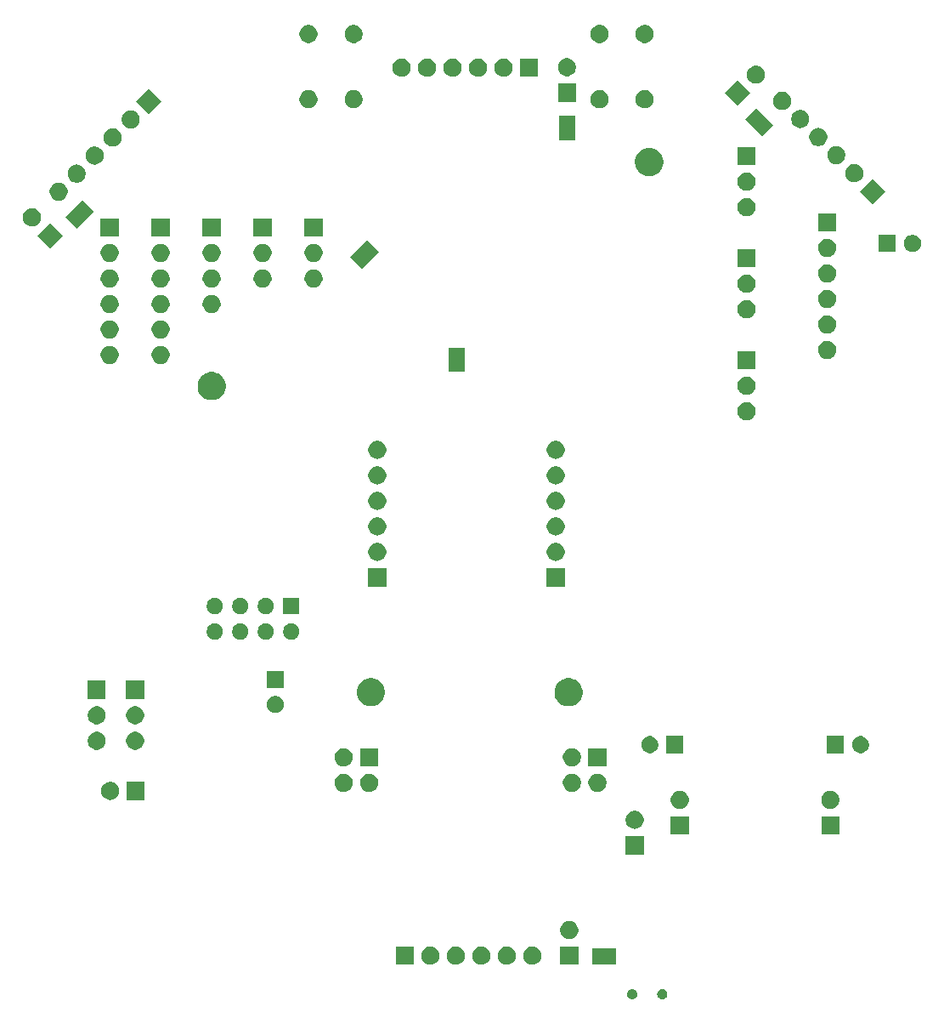
<source format=gbr>
G04 #@! TF.GenerationSoftware,KiCad,Pcbnew,(5.1.5)-3*
G04 #@! TF.CreationDate,2020-11-07T15:15:16-05:00*
G04 #@! TF.ProjectId,PRoMo,50526f4d-6f2e-46b6-9963-61645f706362,rev?*
G04 #@! TF.SameCoordinates,Original*
G04 #@! TF.FileFunction,Soldermask,Bot*
G04 #@! TF.FilePolarity,Negative*
%FSLAX46Y46*%
G04 Gerber Fmt 4.6, Leading zero omitted, Abs format (unit mm)*
G04 Created by KiCad (PCBNEW (5.1.5)-3) date 2020-11-07 15:15:16*
%MOMM*%
%LPD*%
G04 APERTURE LIST*
%ADD10C,0.100000*%
G04 APERTURE END LIST*
D10*
G36*
X160066250Y-157638626D02*
G01*
X160114646Y-157648253D01*
X160152412Y-157663896D01*
X160205821Y-157686019D01*
X160205822Y-157686020D01*
X160287879Y-157740848D01*
X160357662Y-157810631D01*
X160357663Y-157810633D01*
X160412491Y-157892689D01*
X160450257Y-157983865D01*
X160469510Y-158080655D01*
X160469510Y-158179345D01*
X160450257Y-158276135D01*
X160412491Y-158367311D01*
X160412490Y-158367312D01*
X160357662Y-158449369D01*
X160287879Y-158519152D01*
X160246572Y-158546752D01*
X160205821Y-158573981D01*
X160152412Y-158596104D01*
X160114646Y-158611747D01*
X160066250Y-158621373D01*
X160017855Y-158631000D01*
X159919165Y-158631000D01*
X159870770Y-158621373D01*
X159822374Y-158611747D01*
X159784608Y-158596104D01*
X159731199Y-158573981D01*
X159690448Y-158546752D01*
X159649141Y-158519152D01*
X159579358Y-158449369D01*
X159524530Y-158367312D01*
X159524529Y-158367311D01*
X159486763Y-158276135D01*
X159467510Y-158179345D01*
X159467510Y-158080655D01*
X159486763Y-157983865D01*
X159524529Y-157892689D01*
X159579357Y-157810633D01*
X159579358Y-157810631D01*
X159649141Y-157740848D01*
X159731198Y-157686020D01*
X159731199Y-157686019D01*
X159784608Y-157663896D01*
X159822374Y-157648253D01*
X159870770Y-157638626D01*
X159919165Y-157629000D01*
X160017855Y-157629000D01*
X160066250Y-157638626D01*
G37*
G36*
X157066250Y-157638626D02*
G01*
X157114646Y-157648253D01*
X157152412Y-157663896D01*
X157205821Y-157686019D01*
X157205822Y-157686020D01*
X157287879Y-157740848D01*
X157357662Y-157810631D01*
X157357663Y-157810633D01*
X157412491Y-157892689D01*
X157450257Y-157983865D01*
X157469510Y-158080655D01*
X157469510Y-158179345D01*
X157450257Y-158276135D01*
X157412491Y-158367311D01*
X157412490Y-158367312D01*
X157357662Y-158449369D01*
X157287879Y-158519152D01*
X157246572Y-158546752D01*
X157205821Y-158573981D01*
X157152412Y-158596104D01*
X157114646Y-158611747D01*
X157066250Y-158621373D01*
X157017855Y-158631000D01*
X156919165Y-158631000D01*
X156870770Y-158621373D01*
X156822374Y-158611747D01*
X156784608Y-158596104D01*
X156731199Y-158573981D01*
X156690448Y-158546752D01*
X156649141Y-158519152D01*
X156579358Y-158449369D01*
X156524530Y-158367312D01*
X156524529Y-158367311D01*
X156486763Y-158276135D01*
X156467510Y-158179345D01*
X156467510Y-158080655D01*
X156486763Y-157983865D01*
X156524529Y-157892689D01*
X156579357Y-157810633D01*
X156579358Y-157810631D01*
X156649141Y-157740848D01*
X156731198Y-157686020D01*
X156731199Y-157686019D01*
X156784608Y-157663896D01*
X156822374Y-157648253D01*
X156870770Y-157638626D01*
X156919165Y-157629000D01*
X157017855Y-157629000D01*
X157066250Y-157638626D01*
G37*
G36*
X136962022Y-153403927D02*
G01*
X137111322Y-153433624D01*
X137275294Y-153501544D01*
X137422864Y-153600147D01*
X137548363Y-153725646D01*
X137646966Y-153873216D01*
X137714886Y-154037188D01*
X137749510Y-154211259D01*
X137749510Y-154388741D01*
X137714886Y-154562812D01*
X137646966Y-154726784D01*
X137548363Y-154874354D01*
X137422864Y-154999853D01*
X137275294Y-155098456D01*
X137111322Y-155166376D01*
X136962022Y-155196073D01*
X136937252Y-155201000D01*
X136759768Y-155201000D01*
X136734998Y-155196073D01*
X136585698Y-155166376D01*
X136421726Y-155098456D01*
X136274156Y-154999853D01*
X136148657Y-154874354D01*
X136050054Y-154726784D01*
X135982134Y-154562812D01*
X135947510Y-154388741D01*
X135947510Y-154211259D01*
X135982134Y-154037188D01*
X136050054Y-153873216D01*
X136148657Y-153725646D01*
X136274156Y-153600147D01*
X136421726Y-153501544D01*
X136585698Y-153433624D01*
X136734998Y-153403927D01*
X136759768Y-153399000D01*
X136937252Y-153399000D01*
X136962022Y-153403927D01*
G37*
G36*
X135209510Y-155201000D02*
G01*
X133407510Y-155201000D01*
X133407510Y-153399000D01*
X135209510Y-153399000D01*
X135209510Y-155201000D01*
G37*
G36*
X151601000Y-155201000D02*
G01*
X149799000Y-155201000D01*
X149799000Y-153399000D01*
X151601000Y-153399000D01*
X151601000Y-155201000D01*
G37*
G36*
X155401000Y-155201000D02*
G01*
X152999000Y-155201000D01*
X152999000Y-153599000D01*
X155401000Y-153599000D01*
X155401000Y-155201000D01*
G37*
G36*
X147122022Y-153403927D02*
G01*
X147271322Y-153433624D01*
X147435294Y-153501544D01*
X147582864Y-153600147D01*
X147708363Y-153725646D01*
X147806966Y-153873216D01*
X147874886Y-154037188D01*
X147909510Y-154211259D01*
X147909510Y-154388741D01*
X147874886Y-154562812D01*
X147806966Y-154726784D01*
X147708363Y-154874354D01*
X147582864Y-154999853D01*
X147435294Y-155098456D01*
X147271322Y-155166376D01*
X147122022Y-155196073D01*
X147097252Y-155201000D01*
X146919768Y-155201000D01*
X146894998Y-155196073D01*
X146745698Y-155166376D01*
X146581726Y-155098456D01*
X146434156Y-154999853D01*
X146308657Y-154874354D01*
X146210054Y-154726784D01*
X146142134Y-154562812D01*
X146107510Y-154388741D01*
X146107510Y-154211259D01*
X146142134Y-154037188D01*
X146210054Y-153873216D01*
X146308657Y-153725646D01*
X146434156Y-153600147D01*
X146581726Y-153501544D01*
X146745698Y-153433624D01*
X146894998Y-153403927D01*
X146919768Y-153399000D01*
X147097252Y-153399000D01*
X147122022Y-153403927D01*
G37*
G36*
X142042022Y-153403927D02*
G01*
X142191322Y-153433624D01*
X142355294Y-153501544D01*
X142502864Y-153600147D01*
X142628363Y-153725646D01*
X142726966Y-153873216D01*
X142794886Y-154037188D01*
X142829510Y-154211259D01*
X142829510Y-154388741D01*
X142794886Y-154562812D01*
X142726966Y-154726784D01*
X142628363Y-154874354D01*
X142502864Y-154999853D01*
X142355294Y-155098456D01*
X142191322Y-155166376D01*
X142042022Y-155196073D01*
X142017252Y-155201000D01*
X141839768Y-155201000D01*
X141814998Y-155196073D01*
X141665698Y-155166376D01*
X141501726Y-155098456D01*
X141354156Y-154999853D01*
X141228657Y-154874354D01*
X141130054Y-154726784D01*
X141062134Y-154562812D01*
X141027510Y-154388741D01*
X141027510Y-154211259D01*
X141062134Y-154037188D01*
X141130054Y-153873216D01*
X141228657Y-153725646D01*
X141354156Y-153600147D01*
X141501726Y-153501544D01*
X141665698Y-153433624D01*
X141814998Y-153403927D01*
X141839768Y-153399000D01*
X142017252Y-153399000D01*
X142042022Y-153403927D01*
G37*
G36*
X139502022Y-153403927D02*
G01*
X139651322Y-153433624D01*
X139815294Y-153501544D01*
X139962864Y-153600147D01*
X140088363Y-153725646D01*
X140186966Y-153873216D01*
X140254886Y-154037188D01*
X140289510Y-154211259D01*
X140289510Y-154388741D01*
X140254886Y-154562812D01*
X140186966Y-154726784D01*
X140088363Y-154874354D01*
X139962864Y-154999853D01*
X139815294Y-155098456D01*
X139651322Y-155166376D01*
X139502022Y-155196073D01*
X139477252Y-155201000D01*
X139299768Y-155201000D01*
X139274998Y-155196073D01*
X139125698Y-155166376D01*
X138961726Y-155098456D01*
X138814156Y-154999853D01*
X138688657Y-154874354D01*
X138590054Y-154726784D01*
X138522134Y-154562812D01*
X138487510Y-154388741D01*
X138487510Y-154211259D01*
X138522134Y-154037188D01*
X138590054Y-153873216D01*
X138688657Y-153725646D01*
X138814156Y-153600147D01*
X138961726Y-153501544D01*
X139125698Y-153433624D01*
X139274998Y-153403927D01*
X139299768Y-153399000D01*
X139477252Y-153399000D01*
X139502022Y-153403927D01*
G37*
G36*
X144582022Y-153403927D02*
G01*
X144731322Y-153433624D01*
X144895294Y-153501544D01*
X145042864Y-153600147D01*
X145168363Y-153725646D01*
X145266966Y-153873216D01*
X145334886Y-154037188D01*
X145369510Y-154211259D01*
X145369510Y-154388741D01*
X145334886Y-154562812D01*
X145266966Y-154726784D01*
X145168363Y-154874354D01*
X145042864Y-154999853D01*
X144895294Y-155098456D01*
X144731322Y-155166376D01*
X144582022Y-155196073D01*
X144557252Y-155201000D01*
X144379768Y-155201000D01*
X144354998Y-155196073D01*
X144205698Y-155166376D01*
X144041726Y-155098456D01*
X143894156Y-154999853D01*
X143768657Y-154874354D01*
X143670054Y-154726784D01*
X143602134Y-154562812D01*
X143567510Y-154388741D01*
X143567510Y-154211259D01*
X143602134Y-154037188D01*
X143670054Y-153873216D01*
X143768657Y-153725646D01*
X143894156Y-153600147D01*
X144041726Y-153501544D01*
X144205698Y-153433624D01*
X144354998Y-153403927D01*
X144379768Y-153399000D01*
X144557252Y-153399000D01*
X144582022Y-153403927D01*
G37*
G36*
X150813512Y-150863927D02*
G01*
X150962812Y-150893624D01*
X151126784Y-150961544D01*
X151274354Y-151060147D01*
X151399853Y-151185646D01*
X151498456Y-151333216D01*
X151566376Y-151497188D01*
X151601000Y-151671259D01*
X151601000Y-151848741D01*
X151566376Y-152022812D01*
X151498456Y-152186784D01*
X151399853Y-152334354D01*
X151274354Y-152459853D01*
X151126784Y-152558456D01*
X150962812Y-152626376D01*
X150813512Y-152656073D01*
X150788742Y-152661000D01*
X150611258Y-152661000D01*
X150586488Y-152656073D01*
X150437188Y-152626376D01*
X150273216Y-152558456D01*
X150125646Y-152459853D01*
X150000147Y-152334354D01*
X149901544Y-152186784D01*
X149833624Y-152022812D01*
X149799000Y-151848741D01*
X149799000Y-151671259D01*
X149833624Y-151497188D01*
X149901544Y-151333216D01*
X150000147Y-151185646D01*
X150125646Y-151060147D01*
X150273216Y-150961544D01*
X150437188Y-150893624D01*
X150586488Y-150863927D01*
X150611258Y-150859000D01*
X150788742Y-150859000D01*
X150813512Y-150863927D01*
G37*
G36*
X158119510Y-144221000D02*
G01*
X156317510Y-144221000D01*
X156317510Y-142419000D01*
X158119510Y-142419000D01*
X158119510Y-144221000D01*
G37*
G36*
X177619510Y-142241000D02*
G01*
X175817510Y-142241000D01*
X175817510Y-140439000D01*
X177619510Y-140439000D01*
X177619510Y-142241000D01*
G37*
G36*
X162619510Y-142241000D02*
G01*
X160817510Y-142241000D01*
X160817510Y-140439000D01*
X162619510Y-140439000D01*
X162619510Y-142241000D01*
G37*
G36*
X157332022Y-139883927D02*
G01*
X157481322Y-139913624D01*
X157645294Y-139981544D01*
X157792864Y-140080147D01*
X157918363Y-140205646D01*
X158016966Y-140353216D01*
X158084886Y-140517188D01*
X158119510Y-140691259D01*
X158119510Y-140868741D01*
X158084886Y-141042812D01*
X158016966Y-141206784D01*
X157918363Y-141354354D01*
X157792864Y-141479853D01*
X157645294Y-141578456D01*
X157481322Y-141646376D01*
X157332022Y-141676073D01*
X157307252Y-141681000D01*
X157129768Y-141681000D01*
X157104998Y-141676073D01*
X156955698Y-141646376D01*
X156791726Y-141578456D01*
X156644156Y-141479853D01*
X156518657Y-141354354D01*
X156420054Y-141206784D01*
X156352134Y-141042812D01*
X156317510Y-140868741D01*
X156317510Y-140691259D01*
X156352134Y-140517188D01*
X156420054Y-140353216D01*
X156518657Y-140205646D01*
X156644156Y-140080147D01*
X156791726Y-139981544D01*
X156955698Y-139913624D01*
X157104998Y-139883927D01*
X157129768Y-139879000D01*
X157307252Y-139879000D01*
X157332022Y-139883927D01*
G37*
G36*
X176832022Y-137903927D02*
G01*
X176981322Y-137933624D01*
X177145294Y-138001544D01*
X177292864Y-138100147D01*
X177418363Y-138225646D01*
X177516966Y-138373216D01*
X177584886Y-138537188D01*
X177619510Y-138711259D01*
X177619510Y-138888741D01*
X177584886Y-139062812D01*
X177516966Y-139226784D01*
X177418363Y-139374354D01*
X177292864Y-139499853D01*
X177145294Y-139598456D01*
X176981322Y-139666376D01*
X176832022Y-139696073D01*
X176807252Y-139701000D01*
X176629768Y-139701000D01*
X176604998Y-139696073D01*
X176455698Y-139666376D01*
X176291726Y-139598456D01*
X176144156Y-139499853D01*
X176018657Y-139374354D01*
X175920054Y-139226784D01*
X175852134Y-139062812D01*
X175817510Y-138888741D01*
X175817510Y-138711259D01*
X175852134Y-138537188D01*
X175920054Y-138373216D01*
X176018657Y-138225646D01*
X176144156Y-138100147D01*
X176291726Y-138001544D01*
X176455698Y-137933624D01*
X176604998Y-137903927D01*
X176629768Y-137899000D01*
X176807252Y-137899000D01*
X176832022Y-137903927D01*
G37*
G36*
X161832022Y-137903927D02*
G01*
X161981322Y-137933624D01*
X162145294Y-138001544D01*
X162292864Y-138100147D01*
X162418363Y-138225646D01*
X162516966Y-138373216D01*
X162584886Y-138537188D01*
X162619510Y-138711259D01*
X162619510Y-138888741D01*
X162584886Y-139062812D01*
X162516966Y-139226784D01*
X162418363Y-139374354D01*
X162292864Y-139499853D01*
X162145294Y-139598456D01*
X161981322Y-139666376D01*
X161832022Y-139696073D01*
X161807252Y-139701000D01*
X161629768Y-139701000D01*
X161604998Y-139696073D01*
X161455698Y-139666376D01*
X161291726Y-139598456D01*
X161144156Y-139499853D01*
X161018657Y-139374354D01*
X160920054Y-139226784D01*
X160852134Y-139062812D01*
X160817510Y-138888741D01*
X160817510Y-138711259D01*
X160852134Y-138537188D01*
X160920054Y-138373216D01*
X161018657Y-138225646D01*
X161144156Y-138100147D01*
X161291726Y-138001544D01*
X161455698Y-137933624D01*
X161604998Y-137903927D01*
X161629768Y-137899000D01*
X161807252Y-137899000D01*
X161832022Y-137903927D01*
G37*
G36*
X108401000Y-138801000D02*
G01*
X106599000Y-138801000D01*
X106599000Y-136999000D01*
X108401000Y-136999000D01*
X108401000Y-138801000D01*
G37*
G36*
X105073512Y-137003927D02*
G01*
X105222812Y-137033624D01*
X105386784Y-137101544D01*
X105534354Y-137200147D01*
X105659853Y-137325646D01*
X105758456Y-137473216D01*
X105826376Y-137637188D01*
X105861000Y-137811259D01*
X105861000Y-137988741D01*
X105826376Y-138162812D01*
X105758456Y-138326784D01*
X105659853Y-138474354D01*
X105534354Y-138599853D01*
X105386784Y-138698456D01*
X105222812Y-138766376D01*
X105073512Y-138796073D01*
X105048742Y-138801000D01*
X104871258Y-138801000D01*
X104846488Y-138796073D01*
X104697188Y-138766376D01*
X104533216Y-138698456D01*
X104385646Y-138599853D01*
X104260147Y-138474354D01*
X104161544Y-138326784D01*
X104093624Y-138162812D01*
X104059000Y-137988741D01*
X104059000Y-137811259D01*
X104093624Y-137637188D01*
X104161544Y-137473216D01*
X104260147Y-137325646D01*
X104385646Y-137200147D01*
X104533216Y-137101544D01*
X104697188Y-137033624D01*
X104846488Y-137003927D01*
X104871258Y-136999000D01*
X105048742Y-136999000D01*
X105073512Y-137003927D01*
G37*
G36*
X130872022Y-136193927D02*
G01*
X131021322Y-136223624D01*
X131185294Y-136291544D01*
X131332864Y-136390147D01*
X131458363Y-136515646D01*
X131556966Y-136663216D01*
X131624886Y-136827188D01*
X131659510Y-137001259D01*
X131659510Y-137178741D01*
X131624886Y-137352812D01*
X131556966Y-137516784D01*
X131458363Y-137664354D01*
X131332864Y-137789853D01*
X131185294Y-137888456D01*
X131021322Y-137956376D01*
X130872022Y-137986073D01*
X130847252Y-137991000D01*
X130669768Y-137991000D01*
X130644998Y-137986073D01*
X130495698Y-137956376D01*
X130331726Y-137888456D01*
X130184156Y-137789853D01*
X130058657Y-137664354D01*
X129960054Y-137516784D01*
X129892134Y-137352812D01*
X129857510Y-137178741D01*
X129857510Y-137001259D01*
X129892134Y-136827188D01*
X129960054Y-136663216D01*
X130058657Y-136515646D01*
X130184156Y-136390147D01*
X130331726Y-136291544D01*
X130495698Y-136223624D01*
X130644998Y-136193927D01*
X130669768Y-136189000D01*
X130847252Y-136189000D01*
X130872022Y-136193927D01*
G37*
G36*
X153622022Y-136193927D02*
G01*
X153771322Y-136223624D01*
X153935294Y-136291544D01*
X154082864Y-136390147D01*
X154208363Y-136515646D01*
X154306966Y-136663216D01*
X154374886Y-136827188D01*
X154409510Y-137001259D01*
X154409510Y-137178741D01*
X154374886Y-137352812D01*
X154306966Y-137516784D01*
X154208363Y-137664354D01*
X154082864Y-137789853D01*
X153935294Y-137888456D01*
X153771322Y-137956376D01*
X153622022Y-137986073D01*
X153597252Y-137991000D01*
X153419768Y-137991000D01*
X153394998Y-137986073D01*
X153245698Y-137956376D01*
X153081726Y-137888456D01*
X152934156Y-137789853D01*
X152808657Y-137664354D01*
X152710054Y-137516784D01*
X152642134Y-137352812D01*
X152607510Y-137178741D01*
X152607510Y-137001259D01*
X152642134Y-136827188D01*
X152710054Y-136663216D01*
X152808657Y-136515646D01*
X152934156Y-136390147D01*
X153081726Y-136291544D01*
X153245698Y-136223624D01*
X153394998Y-136193927D01*
X153419768Y-136189000D01*
X153597252Y-136189000D01*
X153622022Y-136193927D01*
G37*
G36*
X151082022Y-136193927D02*
G01*
X151231322Y-136223624D01*
X151395294Y-136291544D01*
X151542864Y-136390147D01*
X151668363Y-136515646D01*
X151766966Y-136663216D01*
X151834886Y-136827188D01*
X151869510Y-137001259D01*
X151869510Y-137178741D01*
X151834886Y-137352812D01*
X151766966Y-137516784D01*
X151668363Y-137664354D01*
X151542864Y-137789853D01*
X151395294Y-137888456D01*
X151231322Y-137956376D01*
X151082022Y-137986073D01*
X151057252Y-137991000D01*
X150879768Y-137991000D01*
X150854998Y-137986073D01*
X150705698Y-137956376D01*
X150541726Y-137888456D01*
X150394156Y-137789853D01*
X150268657Y-137664354D01*
X150170054Y-137516784D01*
X150102134Y-137352812D01*
X150067510Y-137178741D01*
X150067510Y-137001259D01*
X150102134Y-136827188D01*
X150170054Y-136663216D01*
X150268657Y-136515646D01*
X150394156Y-136390147D01*
X150541726Y-136291544D01*
X150705698Y-136223624D01*
X150854998Y-136193927D01*
X150879768Y-136189000D01*
X151057252Y-136189000D01*
X151082022Y-136193927D01*
G37*
G36*
X128332022Y-136193927D02*
G01*
X128481322Y-136223624D01*
X128645294Y-136291544D01*
X128792864Y-136390147D01*
X128918363Y-136515646D01*
X129016966Y-136663216D01*
X129084886Y-136827188D01*
X129119510Y-137001259D01*
X129119510Y-137178741D01*
X129084886Y-137352812D01*
X129016966Y-137516784D01*
X128918363Y-137664354D01*
X128792864Y-137789853D01*
X128645294Y-137888456D01*
X128481322Y-137956376D01*
X128332022Y-137986073D01*
X128307252Y-137991000D01*
X128129768Y-137991000D01*
X128104998Y-137986073D01*
X127955698Y-137956376D01*
X127791726Y-137888456D01*
X127644156Y-137789853D01*
X127518657Y-137664354D01*
X127420054Y-137516784D01*
X127352134Y-137352812D01*
X127317510Y-137178741D01*
X127317510Y-137001259D01*
X127352134Y-136827188D01*
X127420054Y-136663216D01*
X127518657Y-136515646D01*
X127644156Y-136390147D01*
X127791726Y-136291544D01*
X127955698Y-136223624D01*
X128104998Y-136193927D01*
X128129768Y-136189000D01*
X128307252Y-136189000D01*
X128332022Y-136193927D01*
G37*
G36*
X154409510Y-135451000D02*
G01*
X152607510Y-135451000D01*
X152607510Y-133649000D01*
X154409510Y-133649000D01*
X154409510Y-135451000D01*
G37*
G36*
X151082022Y-133653927D02*
G01*
X151231322Y-133683624D01*
X151395294Y-133751544D01*
X151542864Y-133850147D01*
X151668363Y-133975646D01*
X151766966Y-134123216D01*
X151834886Y-134287188D01*
X151869510Y-134461259D01*
X151869510Y-134638741D01*
X151834886Y-134812812D01*
X151766966Y-134976784D01*
X151668363Y-135124354D01*
X151542864Y-135249853D01*
X151395294Y-135348456D01*
X151231322Y-135416376D01*
X151082022Y-135446073D01*
X151057252Y-135451000D01*
X150879768Y-135451000D01*
X150854998Y-135446073D01*
X150705698Y-135416376D01*
X150541726Y-135348456D01*
X150394156Y-135249853D01*
X150268657Y-135124354D01*
X150170054Y-134976784D01*
X150102134Y-134812812D01*
X150067510Y-134638741D01*
X150067510Y-134461259D01*
X150102134Y-134287188D01*
X150170054Y-134123216D01*
X150268657Y-133975646D01*
X150394156Y-133850147D01*
X150541726Y-133751544D01*
X150705698Y-133683624D01*
X150854998Y-133653927D01*
X150879768Y-133649000D01*
X151057252Y-133649000D01*
X151082022Y-133653927D01*
G37*
G36*
X131659510Y-135451000D02*
G01*
X129857510Y-135451000D01*
X129857510Y-133649000D01*
X131659510Y-133649000D01*
X131659510Y-135451000D01*
G37*
G36*
X128332022Y-133653927D02*
G01*
X128481322Y-133683624D01*
X128645294Y-133751544D01*
X128792864Y-133850147D01*
X128918363Y-133975646D01*
X129016966Y-134123216D01*
X129084886Y-134287188D01*
X129119510Y-134461259D01*
X129119510Y-134638741D01*
X129084886Y-134812812D01*
X129016966Y-134976784D01*
X128918363Y-135124354D01*
X128792864Y-135249853D01*
X128645294Y-135348456D01*
X128481322Y-135416376D01*
X128332022Y-135446073D01*
X128307252Y-135451000D01*
X128129768Y-135451000D01*
X128104998Y-135446073D01*
X127955698Y-135416376D01*
X127791726Y-135348456D01*
X127644156Y-135249853D01*
X127518657Y-135124354D01*
X127420054Y-134976784D01*
X127352134Y-134812812D01*
X127317510Y-134638741D01*
X127317510Y-134461259D01*
X127352134Y-134287188D01*
X127420054Y-134123216D01*
X127518657Y-133975646D01*
X127644156Y-133850147D01*
X127791726Y-133751544D01*
X127955698Y-133683624D01*
X128104998Y-133653927D01*
X128129768Y-133649000D01*
X128307252Y-133649000D01*
X128332022Y-133653927D01*
G37*
G36*
X179966738Y-132481703D02*
G01*
X180121610Y-132545853D01*
X180260991Y-132638985D01*
X180379525Y-132757519D01*
X180472657Y-132896900D01*
X180536807Y-133051772D01*
X180569510Y-133216184D01*
X180569510Y-133383816D01*
X180536807Y-133548228D01*
X180472657Y-133703100D01*
X180379525Y-133842481D01*
X180260991Y-133961015D01*
X180121610Y-134054147D01*
X179966738Y-134118297D01*
X179802326Y-134151000D01*
X179634694Y-134151000D01*
X179470282Y-134118297D01*
X179315410Y-134054147D01*
X179176029Y-133961015D01*
X179057495Y-133842481D01*
X178964363Y-133703100D01*
X178900213Y-133548228D01*
X178867510Y-133383816D01*
X178867510Y-133216184D01*
X178900213Y-133051772D01*
X178964363Y-132896900D01*
X179057495Y-132757519D01*
X179176029Y-132638985D01*
X179315410Y-132545853D01*
X179470282Y-132481703D01*
X179634694Y-132449000D01*
X179802326Y-132449000D01*
X179966738Y-132481703D01*
G37*
G36*
X178069510Y-134151000D02*
G01*
X176367510Y-134151000D01*
X176367510Y-132449000D01*
X178069510Y-132449000D01*
X178069510Y-134151000D01*
G37*
G36*
X162069510Y-134151000D02*
G01*
X160367510Y-134151000D01*
X160367510Y-132449000D01*
X162069510Y-132449000D01*
X162069510Y-134151000D01*
G37*
G36*
X158966738Y-132481703D02*
G01*
X159121610Y-132545853D01*
X159260991Y-132638985D01*
X159379525Y-132757519D01*
X159472657Y-132896900D01*
X159536807Y-133051772D01*
X159569510Y-133216184D01*
X159569510Y-133383816D01*
X159536807Y-133548228D01*
X159472657Y-133703100D01*
X159379525Y-133842481D01*
X159260991Y-133961015D01*
X159121610Y-134054147D01*
X158966738Y-134118297D01*
X158802326Y-134151000D01*
X158634694Y-134151000D01*
X158470282Y-134118297D01*
X158315410Y-134054147D01*
X158176029Y-133961015D01*
X158057495Y-133842481D01*
X157964363Y-133703100D01*
X157900213Y-133548228D01*
X157867510Y-133383816D01*
X157867510Y-133216184D01*
X157900213Y-133051772D01*
X157964363Y-132896900D01*
X158057495Y-132757519D01*
X158176029Y-132638985D01*
X158315410Y-132545853D01*
X158470282Y-132481703D01*
X158634694Y-132449000D01*
X158802326Y-132449000D01*
X158966738Y-132481703D01*
G37*
G36*
X103732022Y-132013927D02*
G01*
X103881322Y-132043624D01*
X104045294Y-132111544D01*
X104192864Y-132210147D01*
X104318363Y-132335646D01*
X104416966Y-132483216D01*
X104484886Y-132647188D01*
X104519510Y-132821259D01*
X104519510Y-132998741D01*
X104484886Y-133172812D01*
X104416966Y-133336784D01*
X104318363Y-133484354D01*
X104192864Y-133609853D01*
X104045294Y-133708456D01*
X103881322Y-133776376D01*
X103732022Y-133806073D01*
X103707252Y-133811000D01*
X103529768Y-133811000D01*
X103504998Y-133806073D01*
X103355698Y-133776376D01*
X103191726Y-133708456D01*
X103044156Y-133609853D01*
X102918657Y-133484354D01*
X102820054Y-133336784D01*
X102752134Y-133172812D01*
X102717510Y-132998741D01*
X102717510Y-132821259D01*
X102752134Y-132647188D01*
X102820054Y-132483216D01*
X102918657Y-132335646D01*
X103044156Y-132210147D01*
X103191726Y-132111544D01*
X103355698Y-132043624D01*
X103504998Y-132013927D01*
X103529768Y-132009000D01*
X103707252Y-132009000D01*
X103732022Y-132013927D01*
G37*
G36*
X107562022Y-132013927D02*
G01*
X107711322Y-132043624D01*
X107875294Y-132111544D01*
X108022864Y-132210147D01*
X108148363Y-132335646D01*
X108246966Y-132483216D01*
X108314886Y-132647188D01*
X108349510Y-132821259D01*
X108349510Y-132998741D01*
X108314886Y-133172812D01*
X108246966Y-133336784D01*
X108148363Y-133484354D01*
X108022864Y-133609853D01*
X107875294Y-133708456D01*
X107711322Y-133776376D01*
X107562022Y-133806073D01*
X107537252Y-133811000D01*
X107359768Y-133811000D01*
X107334998Y-133806073D01*
X107185698Y-133776376D01*
X107021726Y-133708456D01*
X106874156Y-133609853D01*
X106748657Y-133484354D01*
X106650054Y-133336784D01*
X106582134Y-133172812D01*
X106547510Y-132998741D01*
X106547510Y-132821259D01*
X106582134Y-132647188D01*
X106650054Y-132483216D01*
X106748657Y-132335646D01*
X106874156Y-132210147D01*
X107021726Y-132111544D01*
X107185698Y-132043624D01*
X107334998Y-132013927D01*
X107359768Y-132009000D01*
X107537252Y-132009000D01*
X107562022Y-132013927D01*
G37*
G36*
X103732022Y-129473927D02*
G01*
X103881322Y-129503624D01*
X104045294Y-129571544D01*
X104192864Y-129670147D01*
X104318363Y-129795646D01*
X104416966Y-129943216D01*
X104484886Y-130107188D01*
X104519510Y-130281259D01*
X104519510Y-130458741D01*
X104484886Y-130632812D01*
X104416966Y-130796784D01*
X104318363Y-130944354D01*
X104192864Y-131069853D01*
X104045294Y-131168456D01*
X103881322Y-131236376D01*
X103732022Y-131266073D01*
X103707252Y-131271000D01*
X103529768Y-131271000D01*
X103504998Y-131266073D01*
X103355698Y-131236376D01*
X103191726Y-131168456D01*
X103044156Y-131069853D01*
X102918657Y-130944354D01*
X102820054Y-130796784D01*
X102752134Y-130632812D01*
X102717510Y-130458741D01*
X102717510Y-130281259D01*
X102752134Y-130107188D01*
X102820054Y-129943216D01*
X102918657Y-129795646D01*
X103044156Y-129670147D01*
X103191726Y-129571544D01*
X103355698Y-129503624D01*
X103504998Y-129473927D01*
X103529768Y-129469000D01*
X103707252Y-129469000D01*
X103732022Y-129473927D01*
G37*
G36*
X107562022Y-129473927D02*
G01*
X107711322Y-129503624D01*
X107875294Y-129571544D01*
X108022864Y-129670147D01*
X108148363Y-129795646D01*
X108246966Y-129943216D01*
X108314886Y-130107188D01*
X108349510Y-130281259D01*
X108349510Y-130458741D01*
X108314886Y-130632812D01*
X108246966Y-130796784D01*
X108148363Y-130944354D01*
X108022864Y-131069853D01*
X107875294Y-131168456D01*
X107711322Y-131236376D01*
X107562022Y-131266073D01*
X107537252Y-131271000D01*
X107359768Y-131271000D01*
X107334998Y-131266073D01*
X107185698Y-131236376D01*
X107021726Y-131168456D01*
X106874156Y-131069853D01*
X106748657Y-130944354D01*
X106650054Y-130796784D01*
X106582134Y-130632812D01*
X106547510Y-130458741D01*
X106547510Y-130281259D01*
X106582134Y-130107188D01*
X106650054Y-129943216D01*
X106748657Y-129795646D01*
X106874156Y-129670147D01*
X107021726Y-129571544D01*
X107185698Y-129503624D01*
X107334998Y-129473927D01*
X107359768Y-129469000D01*
X107537252Y-129469000D01*
X107562022Y-129473927D01*
G37*
G36*
X121666738Y-128481703D02*
G01*
X121821610Y-128545853D01*
X121960991Y-128638985D01*
X122079525Y-128757519D01*
X122172657Y-128896900D01*
X122236807Y-129051772D01*
X122269510Y-129216184D01*
X122269510Y-129383816D01*
X122236807Y-129548228D01*
X122172657Y-129703100D01*
X122079525Y-129842481D01*
X121960991Y-129961015D01*
X121821610Y-130054147D01*
X121666738Y-130118297D01*
X121502326Y-130151000D01*
X121334694Y-130151000D01*
X121170282Y-130118297D01*
X121015410Y-130054147D01*
X120876029Y-129961015D01*
X120757495Y-129842481D01*
X120664363Y-129703100D01*
X120600213Y-129548228D01*
X120567510Y-129383816D01*
X120567510Y-129216184D01*
X120600213Y-129051772D01*
X120664363Y-128896900D01*
X120757495Y-128757519D01*
X120876029Y-128638985D01*
X121015410Y-128545853D01*
X121170282Y-128481703D01*
X121334694Y-128449000D01*
X121502326Y-128449000D01*
X121666738Y-128481703D01*
G37*
G36*
X150946943Y-126714893D02*
G01*
X151037167Y-126732839D01*
X151142777Y-126776585D01*
X151292131Y-126838449D01*
X151292132Y-126838450D01*
X151521596Y-126991772D01*
X151716738Y-127186914D01*
X151819185Y-127340237D01*
X151870061Y-127416379D01*
X151931925Y-127565733D01*
X151967245Y-127651000D01*
X151975671Y-127671344D01*
X152029510Y-127942012D01*
X152029510Y-128217988D01*
X151975671Y-128488656D01*
X151870061Y-128743621D01*
X151860774Y-128757520D01*
X151716738Y-128973086D01*
X151521596Y-129168228D01*
X151368273Y-129270675D01*
X151292131Y-129321551D01*
X151142777Y-129383415D01*
X151037167Y-129427161D01*
X150946943Y-129445107D01*
X150766498Y-129481000D01*
X150490522Y-129481000D01*
X150310077Y-129445107D01*
X150219853Y-129427161D01*
X150114243Y-129383415D01*
X149964889Y-129321551D01*
X149888747Y-129270675D01*
X149735424Y-129168228D01*
X149540282Y-128973086D01*
X149396246Y-128757520D01*
X149386959Y-128743621D01*
X149281349Y-128488656D01*
X149227510Y-128217988D01*
X149227510Y-127942012D01*
X149281349Y-127671344D01*
X149289776Y-127651000D01*
X149325095Y-127565733D01*
X149386959Y-127416379D01*
X149437835Y-127340237D01*
X149540282Y-127186914D01*
X149735424Y-126991772D01*
X149964888Y-126838450D01*
X149964889Y-126838449D01*
X150114243Y-126776585D01*
X150219853Y-126732839D01*
X150310077Y-126714893D01*
X150490522Y-126679000D01*
X150766498Y-126679000D01*
X150946943Y-126714893D01*
G37*
G36*
X131261943Y-126714893D02*
G01*
X131352167Y-126732839D01*
X131457777Y-126776585D01*
X131607131Y-126838449D01*
X131607132Y-126838450D01*
X131836596Y-126991772D01*
X132031738Y-127186914D01*
X132134185Y-127340237D01*
X132185061Y-127416379D01*
X132246925Y-127565733D01*
X132282245Y-127651000D01*
X132290671Y-127671344D01*
X132344510Y-127942012D01*
X132344510Y-128217988D01*
X132290671Y-128488656D01*
X132185061Y-128743621D01*
X132175774Y-128757520D01*
X132031738Y-128973086D01*
X131836596Y-129168228D01*
X131683273Y-129270675D01*
X131607131Y-129321551D01*
X131457777Y-129383415D01*
X131352167Y-129427161D01*
X131261943Y-129445107D01*
X131081498Y-129481000D01*
X130805522Y-129481000D01*
X130625077Y-129445107D01*
X130534853Y-129427161D01*
X130429243Y-129383415D01*
X130279889Y-129321551D01*
X130203747Y-129270675D01*
X130050424Y-129168228D01*
X129855282Y-128973086D01*
X129711246Y-128757520D01*
X129701959Y-128743621D01*
X129596349Y-128488656D01*
X129542510Y-128217988D01*
X129542510Y-127942012D01*
X129596349Y-127671344D01*
X129604776Y-127651000D01*
X129640095Y-127565733D01*
X129701959Y-127416379D01*
X129752835Y-127340237D01*
X129855282Y-127186914D01*
X130050424Y-126991772D01*
X130279888Y-126838450D01*
X130279889Y-126838449D01*
X130429243Y-126776585D01*
X130534853Y-126732839D01*
X130625077Y-126714893D01*
X130805522Y-126679000D01*
X131081498Y-126679000D01*
X131261943Y-126714893D01*
G37*
G36*
X108349510Y-128731000D02*
G01*
X106547510Y-128731000D01*
X106547510Y-126929000D01*
X108349510Y-126929000D01*
X108349510Y-128731000D01*
G37*
G36*
X104519510Y-128731000D02*
G01*
X102717510Y-128731000D01*
X102717510Y-126929000D01*
X104519510Y-126929000D01*
X104519510Y-128731000D01*
G37*
G36*
X122269510Y-127651000D02*
G01*
X120567510Y-127651000D01*
X120567510Y-125949000D01*
X122269510Y-125949000D01*
X122269510Y-127651000D01*
G37*
G36*
X115617142Y-121258242D02*
G01*
X115765101Y-121319529D01*
X115898255Y-121408499D01*
X116011501Y-121521745D01*
X116100471Y-121654899D01*
X116161758Y-121802858D01*
X116193000Y-121959925D01*
X116193000Y-122120075D01*
X116161758Y-122277142D01*
X116100471Y-122425101D01*
X116011501Y-122558255D01*
X115898255Y-122671501D01*
X115765101Y-122760471D01*
X115617142Y-122821758D01*
X115460075Y-122853000D01*
X115299925Y-122853000D01*
X115142858Y-122821758D01*
X114994899Y-122760471D01*
X114861745Y-122671501D01*
X114748499Y-122558255D01*
X114659529Y-122425101D01*
X114598242Y-122277142D01*
X114567000Y-122120075D01*
X114567000Y-121959925D01*
X114598242Y-121802858D01*
X114659529Y-121654899D01*
X114748499Y-121521745D01*
X114861745Y-121408499D01*
X114994899Y-121319529D01*
X115142858Y-121258242D01*
X115299925Y-121227000D01*
X115460075Y-121227000D01*
X115617142Y-121258242D01*
G37*
G36*
X123237142Y-121258242D02*
G01*
X123385101Y-121319529D01*
X123518255Y-121408499D01*
X123631501Y-121521745D01*
X123720471Y-121654899D01*
X123781758Y-121802858D01*
X123813000Y-121959925D01*
X123813000Y-122120075D01*
X123781758Y-122277142D01*
X123720471Y-122425101D01*
X123631501Y-122558255D01*
X123518255Y-122671501D01*
X123385101Y-122760471D01*
X123237142Y-122821758D01*
X123080075Y-122853000D01*
X122919925Y-122853000D01*
X122762858Y-122821758D01*
X122614899Y-122760471D01*
X122481745Y-122671501D01*
X122368499Y-122558255D01*
X122279529Y-122425101D01*
X122218242Y-122277142D01*
X122187000Y-122120075D01*
X122187000Y-121959925D01*
X122218242Y-121802858D01*
X122279529Y-121654899D01*
X122368499Y-121521745D01*
X122481745Y-121408499D01*
X122614899Y-121319529D01*
X122762858Y-121258242D01*
X122919925Y-121227000D01*
X123080075Y-121227000D01*
X123237142Y-121258242D01*
G37*
G36*
X120697142Y-121258242D02*
G01*
X120845101Y-121319529D01*
X120978255Y-121408499D01*
X121091501Y-121521745D01*
X121180471Y-121654899D01*
X121241758Y-121802858D01*
X121273000Y-121959925D01*
X121273000Y-122120075D01*
X121241758Y-122277142D01*
X121180471Y-122425101D01*
X121091501Y-122558255D01*
X120978255Y-122671501D01*
X120845101Y-122760471D01*
X120697142Y-122821758D01*
X120540075Y-122853000D01*
X120379925Y-122853000D01*
X120222858Y-122821758D01*
X120074899Y-122760471D01*
X119941745Y-122671501D01*
X119828499Y-122558255D01*
X119739529Y-122425101D01*
X119678242Y-122277142D01*
X119647000Y-122120075D01*
X119647000Y-121959925D01*
X119678242Y-121802858D01*
X119739529Y-121654899D01*
X119828499Y-121521745D01*
X119941745Y-121408499D01*
X120074899Y-121319529D01*
X120222858Y-121258242D01*
X120379925Y-121227000D01*
X120540075Y-121227000D01*
X120697142Y-121258242D01*
G37*
G36*
X118157142Y-121258242D02*
G01*
X118305101Y-121319529D01*
X118438255Y-121408499D01*
X118551501Y-121521745D01*
X118640471Y-121654899D01*
X118701758Y-121802858D01*
X118733000Y-121959925D01*
X118733000Y-122120075D01*
X118701758Y-122277142D01*
X118640471Y-122425101D01*
X118551501Y-122558255D01*
X118438255Y-122671501D01*
X118305101Y-122760471D01*
X118157142Y-122821758D01*
X118000075Y-122853000D01*
X117839925Y-122853000D01*
X117682858Y-122821758D01*
X117534899Y-122760471D01*
X117401745Y-122671501D01*
X117288499Y-122558255D01*
X117199529Y-122425101D01*
X117138242Y-122277142D01*
X117107000Y-122120075D01*
X117107000Y-121959925D01*
X117138242Y-121802858D01*
X117199529Y-121654899D01*
X117288499Y-121521745D01*
X117401745Y-121408499D01*
X117534899Y-121319529D01*
X117682858Y-121258242D01*
X117839925Y-121227000D01*
X118000075Y-121227000D01*
X118157142Y-121258242D01*
G37*
G36*
X115617142Y-118718242D02*
G01*
X115765101Y-118779529D01*
X115898255Y-118868499D01*
X116011501Y-118981745D01*
X116100471Y-119114899D01*
X116161758Y-119262858D01*
X116193000Y-119419925D01*
X116193000Y-119580075D01*
X116161758Y-119737142D01*
X116100471Y-119885101D01*
X116011501Y-120018255D01*
X115898255Y-120131501D01*
X115765101Y-120220471D01*
X115617142Y-120281758D01*
X115460075Y-120313000D01*
X115299925Y-120313000D01*
X115142858Y-120281758D01*
X114994899Y-120220471D01*
X114861745Y-120131501D01*
X114748499Y-120018255D01*
X114659529Y-119885101D01*
X114598242Y-119737142D01*
X114567000Y-119580075D01*
X114567000Y-119419925D01*
X114598242Y-119262858D01*
X114659529Y-119114899D01*
X114748499Y-118981745D01*
X114861745Y-118868499D01*
X114994899Y-118779529D01*
X115142858Y-118718242D01*
X115299925Y-118687000D01*
X115460075Y-118687000D01*
X115617142Y-118718242D01*
G37*
G36*
X118157142Y-118718242D02*
G01*
X118305101Y-118779529D01*
X118438255Y-118868499D01*
X118551501Y-118981745D01*
X118640471Y-119114899D01*
X118701758Y-119262858D01*
X118733000Y-119419925D01*
X118733000Y-119580075D01*
X118701758Y-119737142D01*
X118640471Y-119885101D01*
X118551501Y-120018255D01*
X118438255Y-120131501D01*
X118305101Y-120220471D01*
X118157142Y-120281758D01*
X118000075Y-120313000D01*
X117839925Y-120313000D01*
X117682858Y-120281758D01*
X117534899Y-120220471D01*
X117401745Y-120131501D01*
X117288499Y-120018255D01*
X117199529Y-119885101D01*
X117138242Y-119737142D01*
X117107000Y-119580075D01*
X117107000Y-119419925D01*
X117138242Y-119262858D01*
X117199529Y-119114899D01*
X117288499Y-118981745D01*
X117401745Y-118868499D01*
X117534899Y-118779529D01*
X117682858Y-118718242D01*
X117839925Y-118687000D01*
X118000075Y-118687000D01*
X118157142Y-118718242D01*
G37*
G36*
X120697142Y-118718242D02*
G01*
X120845101Y-118779529D01*
X120978255Y-118868499D01*
X121091501Y-118981745D01*
X121180471Y-119114899D01*
X121241758Y-119262858D01*
X121273000Y-119419925D01*
X121273000Y-119580075D01*
X121241758Y-119737142D01*
X121180471Y-119885101D01*
X121091501Y-120018255D01*
X120978255Y-120131501D01*
X120845101Y-120220471D01*
X120697142Y-120281758D01*
X120540075Y-120313000D01*
X120379925Y-120313000D01*
X120222858Y-120281758D01*
X120074899Y-120220471D01*
X119941745Y-120131501D01*
X119828499Y-120018255D01*
X119739529Y-119885101D01*
X119678242Y-119737142D01*
X119647000Y-119580075D01*
X119647000Y-119419925D01*
X119678242Y-119262858D01*
X119739529Y-119114899D01*
X119828499Y-118981745D01*
X119941745Y-118868499D01*
X120074899Y-118779529D01*
X120222858Y-118718242D01*
X120379925Y-118687000D01*
X120540075Y-118687000D01*
X120697142Y-118718242D01*
G37*
G36*
X123813000Y-120313000D02*
G01*
X122187000Y-120313000D01*
X122187000Y-118687000D01*
X123813000Y-118687000D01*
X123813000Y-120313000D01*
G37*
G36*
X132479510Y-117551000D02*
G01*
X130677510Y-117551000D01*
X130677510Y-115749000D01*
X132479510Y-115749000D01*
X132479510Y-117551000D01*
G37*
G36*
X150259510Y-117551000D02*
G01*
X148457510Y-117551000D01*
X148457510Y-115749000D01*
X150259510Y-115749000D01*
X150259510Y-117551000D01*
G37*
G36*
X149472022Y-113213927D02*
G01*
X149621322Y-113243624D01*
X149785294Y-113311544D01*
X149932864Y-113410147D01*
X150058363Y-113535646D01*
X150156966Y-113683216D01*
X150224886Y-113847188D01*
X150259510Y-114021259D01*
X150259510Y-114198741D01*
X150224886Y-114372812D01*
X150156966Y-114536784D01*
X150058363Y-114684354D01*
X149932864Y-114809853D01*
X149785294Y-114908456D01*
X149621322Y-114976376D01*
X149472022Y-115006073D01*
X149447252Y-115011000D01*
X149269768Y-115011000D01*
X149244998Y-115006073D01*
X149095698Y-114976376D01*
X148931726Y-114908456D01*
X148784156Y-114809853D01*
X148658657Y-114684354D01*
X148560054Y-114536784D01*
X148492134Y-114372812D01*
X148457510Y-114198741D01*
X148457510Y-114021259D01*
X148492134Y-113847188D01*
X148560054Y-113683216D01*
X148658657Y-113535646D01*
X148784156Y-113410147D01*
X148931726Y-113311544D01*
X149095698Y-113243624D01*
X149244998Y-113213927D01*
X149269768Y-113209000D01*
X149447252Y-113209000D01*
X149472022Y-113213927D01*
G37*
G36*
X131692022Y-113213927D02*
G01*
X131841322Y-113243624D01*
X132005294Y-113311544D01*
X132152864Y-113410147D01*
X132278363Y-113535646D01*
X132376966Y-113683216D01*
X132444886Y-113847188D01*
X132479510Y-114021259D01*
X132479510Y-114198741D01*
X132444886Y-114372812D01*
X132376966Y-114536784D01*
X132278363Y-114684354D01*
X132152864Y-114809853D01*
X132005294Y-114908456D01*
X131841322Y-114976376D01*
X131692022Y-115006073D01*
X131667252Y-115011000D01*
X131489768Y-115011000D01*
X131464998Y-115006073D01*
X131315698Y-114976376D01*
X131151726Y-114908456D01*
X131004156Y-114809853D01*
X130878657Y-114684354D01*
X130780054Y-114536784D01*
X130712134Y-114372812D01*
X130677510Y-114198741D01*
X130677510Y-114021259D01*
X130712134Y-113847188D01*
X130780054Y-113683216D01*
X130878657Y-113535646D01*
X131004156Y-113410147D01*
X131151726Y-113311544D01*
X131315698Y-113243624D01*
X131464998Y-113213927D01*
X131489768Y-113209000D01*
X131667252Y-113209000D01*
X131692022Y-113213927D01*
G37*
G36*
X149472022Y-110673927D02*
G01*
X149621322Y-110703624D01*
X149785294Y-110771544D01*
X149932864Y-110870147D01*
X150058363Y-110995646D01*
X150156966Y-111143216D01*
X150224886Y-111307188D01*
X150259510Y-111481259D01*
X150259510Y-111658741D01*
X150224886Y-111832812D01*
X150156966Y-111996784D01*
X150058363Y-112144354D01*
X149932864Y-112269853D01*
X149785294Y-112368456D01*
X149621322Y-112436376D01*
X149472022Y-112466073D01*
X149447252Y-112471000D01*
X149269768Y-112471000D01*
X149244998Y-112466073D01*
X149095698Y-112436376D01*
X148931726Y-112368456D01*
X148784156Y-112269853D01*
X148658657Y-112144354D01*
X148560054Y-111996784D01*
X148492134Y-111832812D01*
X148457510Y-111658741D01*
X148457510Y-111481259D01*
X148492134Y-111307188D01*
X148560054Y-111143216D01*
X148658657Y-110995646D01*
X148784156Y-110870147D01*
X148931726Y-110771544D01*
X149095698Y-110703624D01*
X149244998Y-110673927D01*
X149269768Y-110669000D01*
X149447252Y-110669000D01*
X149472022Y-110673927D01*
G37*
G36*
X131692022Y-110673927D02*
G01*
X131841322Y-110703624D01*
X132005294Y-110771544D01*
X132152864Y-110870147D01*
X132278363Y-110995646D01*
X132376966Y-111143216D01*
X132444886Y-111307188D01*
X132479510Y-111481259D01*
X132479510Y-111658741D01*
X132444886Y-111832812D01*
X132376966Y-111996784D01*
X132278363Y-112144354D01*
X132152864Y-112269853D01*
X132005294Y-112368456D01*
X131841322Y-112436376D01*
X131692022Y-112466073D01*
X131667252Y-112471000D01*
X131489768Y-112471000D01*
X131464998Y-112466073D01*
X131315698Y-112436376D01*
X131151726Y-112368456D01*
X131004156Y-112269853D01*
X130878657Y-112144354D01*
X130780054Y-111996784D01*
X130712134Y-111832812D01*
X130677510Y-111658741D01*
X130677510Y-111481259D01*
X130712134Y-111307188D01*
X130780054Y-111143216D01*
X130878657Y-110995646D01*
X131004156Y-110870147D01*
X131151726Y-110771544D01*
X131315698Y-110703624D01*
X131464998Y-110673927D01*
X131489768Y-110669000D01*
X131667252Y-110669000D01*
X131692022Y-110673927D01*
G37*
G36*
X131692022Y-108133927D02*
G01*
X131841322Y-108163624D01*
X132005294Y-108231544D01*
X132152864Y-108330147D01*
X132278363Y-108455646D01*
X132376966Y-108603216D01*
X132444886Y-108767188D01*
X132479510Y-108941259D01*
X132479510Y-109118741D01*
X132444886Y-109292812D01*
X132376966Y-109456784D01*
X132278363Y-109604354D01*
X132152864Y-109729853D01*
X132005294Y-109828456D01*
X131841322Y-109896376D01*
X131692022Y-109926073D01*
X131667252Y-109931000D01*
X131489768Y-109931000D01*
X131464998Y-109926073D01*
X131315698Y-109896376D01*
X131151726Y-109828456D01*
X131004156Y-109729853D01*
X130878657Y-109604354D01*
X130780054Y-109456784D01*
X130712134Y-109292812D01*
X130677510Y-109118741D01*
X130677510Y-108941259D01*
X130712134Y-108767188D01*
X130780054Y-108603216D01*
X130878657Y-108455646D01*
X131004156Y-108330147D01*
X131151726Y-108231544D01*
X131315698Y-108163624D01*
X131464998Y-108133927D01*
X131489768Y-108129000D01*
X131667252Y-108129000D01*
X131692022Y-108133927D01*
G37*
G36*
X149472022Y-108133927D02*
G01*
X149621322Y-108163624D01*
X149785294Y-108231544D01*
X149932864Y-108330147D01*
X150058363Y-108455646D01*
X150156966Y-108603216D01*
X150224886Y-108767188D01*
X150259510Y-108941259D01*
X150259510Y-109118741D01*
X150224886Y-109292812D01*
X150156966Y-109456784D01*
X150058363Y-109604354D01*
X149932864Y-109729853D01*
X149785294Y-109828456D01*
X149621322Y-109896376D01*
X149472022Y-109926073D01*
X149447252Y-109931000D01*
X149269768Y-109931000D01*
X149244998Y-109926073D01*
X149095698Y-109896376D01*
X148931726Y-109828456D01*
X148784156Y-109729853D01*
X148658657Y-109604354D01*
X148560054Y-109456784D01*
X148492134Y-109292812D01*
X148457510Y-109118741D01*
X148457510Y-108941259D01*
X148492134Y-108767188D01*
X148560054Y-108603216D01*
X148658657Y-108455646D01*
X148784156Y-108330147D01*
X148931726Y-108231544D01*
X149095698Y-108163624D01*
X149244998Y-108133927D01*
X149269768Y-108129000D01*
X149447252Y-108129000D01*
X149472022Y-108133927D01*
G37*
G36*
X131692022Y-105593927D02*
G01*
X131841322Y-105623624D01*
X132005294Y-105691544D01*
X132152864Y-105790147D01*
X132278363Y-105915646D01*
X132376966Y-106063216D01*
X132444886Y-106227188D01*
X132479510Y-106401259D01*
X132479510Y-106578741D01*
X132444886Y-106752812D01*
X132376966Y-106916784D01*
X132278363Y-107064354D01*
X132152864Y-107189853D01*
X132005294Y-107288456D01*
X131841322Y-107356376D01*
X131692022Y-107386073D01*
X131667252Y-107391000D01*
X131489768Y-107391000D01*
X131464998Y-107386073D01*
X131315698Y-107356376D01*
X131151726Y-107288456D01*
X131004156Y-107189853D01*
X130878657Y-107064354D01*
X130780054Y-106916784D01*
X130712134Y-106752812D01*
X130677510Y-106578741D01*
X130677510Y-106401259D01*
X130712134Y-106227188D01*
X130780054Y-106063216D01*
X130878657Y-105915646D01*
X131004156Y-105790147D01*
X131151726Y-105691544D01*
X131315698Y-105623624D01*
X131464998Y-105593927D01*
X131489768Y-105589000D01*
X131667252Y-105589000D01*
X131692022Y-105593927D01*
G37*
G36*
X149472022Y-105593927D02*
G01*
X149621322Y-105623624D01*
X149785294Y-105691544D01*
X149932864Y-105790147D01*
X150058363Y-105915646D01*
X150156966Y-106063216D01*
X150224886Y-106227188D01*
X150259510Y-106401259D01*
X150259510Y-106578741D01*
X150224886Y-106752812D01*
X150156966Y-106916784D01*
X150058363Y-107064354D01*
X149932864Y-107189853D01*
X149785294Y-107288456D01*
X149621322Y-107356376D01*
X149472022Y-107386073D01*
X149447252Y-107391000D01*
X149269768Y-107391000D01*
X149244998Y-107386073D01*
X149095698Y-107356376D01*
X148931726Y-107288456D01*
X148784156Y-107189853D01*
X148658657Y-107064354D01*
X148560054Y-106916784D01*
X148492134Y-106752812D01*
X148457510Y-106578741D01*
X148457510Y-106401259D01*
X148492134Y-106227188D01*
X148560054Y-106063216D01*
X148658657Y-105915646D01*
X148784156Y-105790147D01*
X148931726Y-105691544D01*
X149095698Y-105623624D01*
X149244998Y-105593927D01*
X149269768Y-105589000D01*
X149447252Y-105589000D01*
X149472022Y-105593927D01*
G37*
G36*
X131692022Y-103053927D02*
G01*
X131841322Y-103083624D01*
X132005294Y-103151544D01*
X132152864Y-103250147D01*
X132278363Y-103375646D01*
X132376966Y-103523216D01*
X132444886Y-103687188D01*
X132479510Y-103861259D01*
X132479510Y-104038741D01*
X132444886Y-104212812D01*
X132376966Y-104376784D01*
X132278363Y-104524354D01*
X132152864Y-104649853D01*
X132005294Y-104748456D01*
X131841322Y-104816376D01*
X131692022Y-104846073D01*
X131667252Y-104851000D01*
X131489768Y-104851000D01*
X131464998Y-104846073D01*
X131315698Y-104816376D01*
X131151726Y-104748456D01*
X131004156Y-104649853D01*
X130878657Y-104524354D01*
X130780054Y-104376784D01*
X130712134Y-104212812D01*
X130677510Y-104038741D01*
X130677510Y-103861259D01*
X130712134Y-103687188D01*
X130780054Y-103523216D01*
X130878657Y-103375646D01*
X131004156Y-103250147D01*
X131151726Y-103151544D01*
X131315698Y-103083624D01*
X131464998Y-103053927D01*
X131489768Y-103049000D01*
X131667252Y-103049000D01*
X131692022Y-103053927D01*
G37*
G36*
X149472022Y-103053927D02*
G01*
X149621322Y-103083624D01*
X149785294Y-103151544D01*
X149932864Y-103250147D01*
X150058363Y-103375646D01*
X150156966Y-103523216D01*
X150224886Y-103687188D01*
X150259510Y-103861259D01*
X150259510Y-104038741D01*
X150224886Y-104212812D01*
X150156966Y-104376784D01*
X150058363Y-104524354D01*
X149932864Y-104649853D01*
X149785294Y-104748456D01*
X149621322Y-104816376D01*
X149472022Y-104846073D01*
X149447252Y-104851000D01*
X149269768Y-104851000D01*
X149244998Y-104846073D01*
X149095698Y-104816376D01*
X148931726Y-104748456D01*
X148784156Y-104649853D01*
X148658657Y-104524354D01*
X148560054Y-104376784D01*
X148492134Y-104212812D01*
X148457510Y-104038741D01*
X148457510Y-103861259D01*
X148492134Y-103687188D01*
X148560054Y-103523216D01*
X148658657Y-103375646D01*
X148784156Y-103250147D01*
X148931726Y-103151544D01*
X149095698Y-103083624D01*
X149244998Y-103053927D01*
X149269768Y-103049000D01*
X149447252Y-103049000D01*
X149472022Y-103053927D01*
G37*
G36*
X168482022Y-99203927D02*
G01*
X168631322Y-99233624D01*
X168795294Y-99301544D01*
X168942864Y-99400147D01*
X169068363Y-99525646D01*
X169166966Y-99673216D01*
X169234886Y-99837188D01*
X169269510Y-100011259D01*
X169269510Y-100188741D01*
X169234886Y-100362812D01*
X169166966Y-100526784D01*
X169068363Y-100674354D01*
X168942864Y-100799853D01*
X168795294Y-100898456D01*
X168631322Y-100966376D01*
X168482022Y-100996073D01*
X168457252Y-101001000D01*
X168279768Y-101001000D01*
X168254998Y-100996073D01*
X168105698Y-100966376D01*
X167941726Y-100898456D01*
X167794156Y-100799853D01*
X167668657Y-100674354D01*
X167570054Y-100526784D01*
X167502134Y-100362812D01*
X167467510Y-100188741D01*
X167467510Y-100011259D01*
X167502134Y-99837188D01*
X167570054Y-99673216D01*
X167668657Y-99525646D01*
X167794156Y-99400147D01*
X167941726Y-99301544D01*
X168105698Y-99233624D01*
X168254998Y-99203927D01*
X168279768Y-99199000D01*
X168457252Y-99199000D01*
X168482022Y-99203927D01*
G37*
G36*
X115386943Y-96234893D02*
G01*
X115477167Y-96252839D01*
X115582777Y-96296585D01*
X115732131Y-96358449D01*
X115732132Y-96358450D01*
X115961596Y-96511772D01*
X116156738Y-96706914D01*
X116193240Y-96761544D01*
X116310061Y-96936379D01*
X116330468Y-96985646D01*
X116391595Y-97133218D01*
X116415671Y-97191344D01*
X116469510Y-97462012D01*
X116469510Y-97737988D01*
X116415671Y-98008656D01*
X116310061Y-98263621D01*
X116310060Y-98263622D01*
X116156738Y-98493086D01*
X115961596Y-98688228D01*
X115808273Y-98790675D01*
X115732131Y-98841551D01*
X115582777Y-98903415D01*
X115477167Y-98947161D01*
X115386943Y-98965107D01*
X115206498Y-99001000D01*
X114930522Y-99001000D01*
X114750077Y-98965107D01*
X114659853Y-98947161D01*
X114554243Y-98903415D01*
X114404889Y-98841551D01*
X114328747Y-98790675D01*
X114175424Y-98688228D01*
X113980282Y-98493086D01*
X113826960Y-98263622D01*
X113826959Y-98263621D01*
X113721349Y-98008656D01*
X113667510Y-97737988D01*
X113667510Y-97462012D01*
X113721349Y-97191344D01*
X113745426Y-97133218D01*
X113806552Y-96985646D01*
X113826959Y-96936379D01*
X113943780Y-96761544D01*
X113980282Y-96706914D01*
X114175424Y-96511772D01*
X114404888Y-96358450D01*
X114404889Y-96358449D01*
X114554243Y-96296585D01*
X114659853Y-96252839D01*
X114750077Y-96234893D01*
X114930522Y-96199000D01*
X115206498Y-96199000D01*
X115386943Y-96234893D01*
G37*
G36*
X168482022Y-96663927D02*
G01*
X168631322Y-96693624D01*
X168795294Y-96761544D01*
X168942864Y-96860147D01*
X169068363Y-96985646D01*
X169166966Y-97133216D01*
X169234886Y-97297188D01*
X169269510Y-97471259D01*
X169269510Y-97648741D01*
X169234886Y-97822812D01*
X169166966Y-97986784D01*
X169068363Y-98134354D01*
X168942864Y-98259853D01*
X168795294Y-98358456D01*
X168631322Y-98426376D01*
X168482022Y-98456073D01*
X168457252Y-98461000D01*
X168279768Y-98461000D01*
X168254998Y-98456073D01*
X168105698Y-98426376D01*
X167941726Y-98358456D01*
X167794156Y-98259853D01*
X167668657Y-98134354D01*
X167570054Y-97986784D01*
X167502134Y-97822812D01*
X167467510Y-97648741D01*
X167467510Y-97471259D01*
X167502134Y-97297188D01*
X167570054Y-97133216D01*
X167668657Y-96985646D01*
X167794156Y-96860147D01*
X167941726Y-96761544D01*
X168105698Y-96693624D01*
X168254998Y-96663927D01*
X168279768Y-96659000D01*
X168457252Y-96659000D01*
X168482022Y-96663927D01*
G37*
G36*
X140269510Y-96201000D02*
G01*
X138667510Y-96201000D01*
X138667510Y-93799000D01*
X140269510Y-93799000D01*
X140269510Y-96201000D01*
G37*
G36*
X169269510Y-95921000D02*
G01*
X167467510Y-95921000D01*
X167467510Y-94119000D01*
X169269510Y-94119000D01*
X169269510Y-95921000D01*
G37*
G36*
X105022022Y-93603927D02*
G01*
X105171322Y-93633624D01*
X105335294Y-93701544D01*
X105482864Y-93800147D01*
X105608363Y-93925646D01*
X105706966Y-94073216D01*
X105774886Y-94237188D01*
X105809510Y-94411259D01*
X105809510Y-94588741D01*
X105774886Y-94762812D01*
X105706966Y-94926784D01*
X105608363Y-95074354D01*
X105482864Y-95199853D01*
X105335294Y-95298456D01*
X105171322Y-95366376D01*
X105022022Y-95396073D01*
X104997252Y-95401000D01*
X104819768Y-95401000D01*
X104794998Y-95396073D01*
X104645698Y-95366376D01*
X104481726Y-95298456D01*
X104334156Y-95199853D01*
X104208657Y-95074354D01*
X104110054Y-94926784D01*
X104042134Y-94762812D01*
X104007510Y-94588741D01*
X104007510Y-94411259D01*
X104042134Y-94237188D01*
X104110054Y-94073216D01*
X104208657Y-93925646D01*
X104334156Y-93800147D01*
X104481726Y-93701544D01*
X104645698Y-93633624D01*
X104794998Y-93603927D01*
X104819768Y-93599000D01*
X104997252Y-93599000D01*
X105022022Y-93603927D01*
G37*
G36*
X110102022Y-93603927D02*
G01*
X110251322Y-93633624D01*
X110415294Y-93701544D01*
X110562864Y-93800147D01*
X110688363Y-93925646D01*
X110786966Y-94073216D01*
X110854886Y-94237188D01*
X110889510Y-94411259D01*
X110889510Y-94588741D01*
X110854886Y-94762812D01*
X110786966Y-94926784D01*
X110688363Y-95074354D01*
X110562864Y-95199853D01*
X110415294Y-95298456D01*
X110251322Y-95366376D01*
X110102022Y-95396073D01*
X110077252Y-95401000D01*
X109899768Y-95401000D01*
X109874998Y-95396073D01*
X109725698Y-95366376D01*
X109561726Y-95298456D01*
X109414156Y-95199853D01*
X109288657Y-95074354D01*
X109190054Y-94926784D01*
X109122134Y-94762812D01*
X109087510Y-94588741D01*
X109087510Y-94411259D01*
X109122134Y-94237188D01*
X109190054Y-94073216D01*
X109288657Y-93925646D01*
X109414156Y-93800147D01*
X109561726Y-93701544D01*
X109725698Y-93633624D01*
X109874998Y-93603927D01*
X109899768Y-93599000D01*
X110077252Y-93599000D01*
X110102022Y-93603927D01*
G37*
G36*
X176513512Y-93103927D02*
G01*
X176662812Y-93133624D01*
X176826784Y-93201544D01*
X176974354Y-93300147D01*
X177099853Y-93425646D01*
X177198456Y-93573216D01*
X177266376Y-93737188D01*
X177301000Y-93911259D01*
X177301000Y-94088741D01*
X177266376Y-94262812D01*
X177198456Y-94426784D01*
X177099853Y-94574354D01*
X176974354Y-94699853D01*
X176826784Y-94798456D01*
X176662812Y-94866376D01*
X176513512Y-94896073D01*
X176488742Y-94901000D01*
X176311258Y-94901000D01*
X176286488Y-94896073D01*
X176137188Y-94866376D01*
X175973216Y-94798456D01*
X175825646Y-94699853D01*
X175700147Y-94574354D01*
X175601544Y-94426784D01*
X175533624Y-94262812D01*
X175499000Y-94088741D01*
X175499000Y-93911259D01*
X175533624Y-93737188D01*
X175601544Y-93573216D01*
X175700147Y-93425646D01*
X175825646Y-93300147D01*
X175973216Y-93201544D01*
X176137188Y-93133624D01*
X176286488Y-93103927D01*
X176311258Y-93099000D01*
X176488742Y-93099000D01*
X176513512Y-93103927D01*
G37*
G36*
X105022022Y-91063927D02*
G01*
X105171322Y-91093624D01*
X105335294Y-91161544D01*
X105482864Y-91260147D01*
X105608363Y-91385646D01*
X105706966Y-91533216D01*
X105774886Y-91697188D01*
X105809510Y-91871259D01*
X105809510Y-92048741D01*
X105774886Y-92222812D01*
X105706966Y-92386784D01*
X105608363Y-92534354D01*
X105482864Y-92659853D01*
X105335294Y-92758456D01*
X105171322Y-92826376D01*
X105022022Y-92856073D01*
X104997252Y-92861000D01*
X104819768Y-92861000D01*
X104794998Y-92856073D01*
X104645698Y-92826376D01*
X104481726Y-92758456D01*
X104334156Y-92659853D01*
X104208657Y-92534354D01*
X104110054Y-92386784D01*
X104042134Y-92222812D01*
X104007510Y-92048741D01*
X104007510Y-91871259D01*
X104042134Y-91697188D01*
X104110054Y-91533216D01*
X104208657Y-91385646D01*
X104334156Y-91260147D01*
X104481726Y-91161544D01*
X104645698Y-91093624D01*
X104794998Y-91063927D01*
X104819768Y-91059000D01*
X104997252Y-91059000D01*
X105022022Y-91063927D01*
G37*
G36*
X110102022Y-91063927D02*
G01*
X110251322Y-91093624D01*
X110415294Y-91161544D01*
X110562864Y-91260147D01*
X110688363Y-91385646D01*
X110786966Y-91533216D01*
X110854886Y-91697188D01*
X110889510Y-91871259D01*
X110889510Y-92048741D01*
X110854886Y-92222812D01*
X110786966Y-92386784D01*
X110688363Y-92534354D01*
X110562864Y-92659853D01*
X110415294Y-92758456D01*
X110251322Y-92826376D01*
X110102022Y-92856073D01*
X110077252Y-92861000D01*
X109899768Y-92861000D01*
X109874998Y-92856073D01*
X109725698Y-92826376D01*
X109561726Y-92758456D01*
X109414156Y-92659853D01*
X109288657Y-92534354D01*
X109190054Y-92386784D01*
X109122134Y-92222812D01*
X109087510Y-92048741D01*
X109087510Y-91871259D01*
X109122134Y-91697188D01*
X109190054Y-91533216D01*
X109288657Y-91385646D01*
X109414156Y-91260147D01*
X109561726Y-91161544D01*
X109725698Y-91093624D01*
X109874998Y-91063927D01*
X109899768Y-91059000D01*
X110077252Y-91059000D01*
X110102022Y-91063927D01*
G37*
G36*
X176513512Y-90563927D02*
G01*
X176662812Y-90593624D01*
X176826784Y-90661544D01*
X176974354Y-90760147D01*
X177099853Y-90885646D01*
X177198456Y-91033216D01*
X177266376Y-91197188D01*
X177301000Y-91371259D01*
X177301000Y-91548741D01*
X177266376Y-91722812D01*
X177198456Y-91886784D01*
X177099853Y-92034354D01*
X176974354Y-92159853D01*
X176826784Y-92258456D01*
X176662812Y-92326376D01*
X176513512Y-92356073D01*
X176488742Y-92361000D01*
X176311258Y-92361000D01*
X176286488Y-92356073D01*
X176137188Y-92326376D01*
X175973216Y-92258456D01*
X175825646Y-92159853D01*
X175700147Y-92034354D01*
X175601544Y-91886784D01*
X175533624Y-91722812D01*
X175499000Y-91548741D01*
X175499000Y-91371259D01*
X175533624Y-91197188D01*
X175601544Y-91033216D01*
X175700147Y-90885646D01*
X175825646Y-90760147D01*
X175973216Y-90661544D01*
X176137188Y-90593624D01*
X176286488Y-90563927D01*
X176311258Y-90559000D01*
X176488742Y-90559000D01*
X176513512Y-90563927D01*
G37*
G36*
X168482022Y-89043927D02*
G01*
X168631322Y-89073624D01*
X168795294Y-89141544D01*
X168942864Y-89240147D01*
X169068363Y-89365646D01*
X169166966Y-89513216D01*
X169234886Y-89677188D01*
X169256604Y-89786375D01*
X169268620Y-89846782D01*
X169269510Y-89851259D01*
X169269510Y-90028741D01*
X169234886Y-90202812D01*
X169166966Y-90366784D01*
X169068363Y-90514354D01*
X168942864Y-90639853D01*
X168795294Y-90738456D01*
X168631322Y-90806376D01*
X168482022Y-90836073D01*
X168457252Y-90841000D01*
X168279768Y-90841000D01*
X168254998Y-90836073D01*
X168105698Y-90806376D01*
X167941726Y-90738456D01*
X167794156Y-90639853D01*
X167668657Y-90514354D01*
X167570054Y-90366784D01*
X167502134Y-90202812D01*
X167467510Y-90028741D01*
X167467510Y-89851259D01*
X167468401Y-89846782D01*
X167480416Y-89786375D01*
X167502134Y-89677188D01*
X167570054Y-89513216D01*
X167668657Y-89365646D01*
X167794156Y-89240147D01*
X167941726Y-89141544D01*
X168105698Y-89073624D01*
X168254998Y-89043927D01*
X168279768Y-89039000D01*
X168457252Y-89039000D01*
X168482022Y-89043927D01*
G37*
G36*
X115182022Y-88523927D02*
G01*
X115331322Y-88553624D01*
X115495294Y-88621544D01*
X115642864Y-88720147D01*
X115768363Y-88845646D01*
X115866966Y-88993216D01*
X115934886Y-89157188D01*
X115951387Y-89240147D01*
X115969510Y-89331258D01*
X115969510Y-89508742D01*
X115964583Y-89533512D01*
X115934886Y-89682812D01*
X115866966Y-89846784D01*
X115768363Y-89994354D01*
X115642864Y-90119853D01*
X115495294Y-90218456D01*
X115331322Y-90286376D01*
X115182022Y-90316073D01*
X115157252Y-90321000D01*
X114979768Y-90321000D01*
X114954998Y-90316073D01*
X114805698Y-90286376D01*
X114641726Y-90218456D01*
X114494156Y-90119853D01*
X114368657Y-89994354D01*
X114270054Y-89846784D01*
X114202134Y-89682812D01*
X114172437Y-89533512D01*
X114167510Y-89508742D01*
X114167510Y-89331258D01*
X114185633Y-89240147D01*
X114202134Y-89157188D01*
X114270054Y-88993216D01*
X114368657Y-88845646D01*
X114494156Y-88720147D01*
X114641726Y-88621544D01*
X114805698Y-88553624D01*
X114954998Y-88523927D01*
X114979768Y-88519000D01*
X115157252Y-88519000D01*
X115182022Y-88523927D01*
G37*
G36*
X110102022Y-88523927D02*
G01*
X110251322Y-88553624D01*
X110415294Y-88621544D01*
X110562864Y-88720147D01*
X110688363Y-88845646D01*
X110786966Y-88993216D01*
X110854886Y-89157188D01*
X110871387Y-89240147D01*
X110889510Y-89331258D01*
X110889510Y-89508742D01*
X110884583Y-89533512D01*
X110854886Y-89682812D01*
X110786966Y-89846784D01*
X110688363Y-89994354D01*
X110562864Y-90119853D01*
X110415294Y-90218456D01*
X110251322Y-90286376D01*
X110102022Y-90316073D01*
X110077252Y-90321000D01*
X109899768Y-90321000D01*
X109874998Y-90316073D01*
X109725698Y-90286376D01*
X109561726Y-90218456D01*
X109414156Y-90119853D01*
X109288657Y-89994354D01*
X109190054Y-89846784D01*
X109122134Y-89682812D01*
X109092437Y-89533512D01*
X109087510Y-89508742D01*
X109087510Y-89331258D01*
X109105633Y-89240147D01*
X109122134Y-89157188D01*
X109190054Y-88993216D01*
X109288657Y-88845646D01*
X109414156Y-88720147D01*
X109561726Y-88621544D01*
X109725698Y-88553624D01*
X109874998Y-88523927D01*
X109899768Y-88519000D01*
X110077252Y-88519000D01*
X110102022Y-88523927D01*
G37*
G36*
X105022022Y-88523927D02*
G01*
X105171322Y-88553624D01*
X105335294Y-88621544D01*
X105482864Y-88720147D01*
X105608363Y-88845646D01*
X105706966Y-88993216D01*
X105774886Y-89157188D01*
X105791387Y-89240147D01*
X105809510Y-89331258D01*
X105809510Y-89508742D01*
X105804583Y-89533512D01*
X105774886Y-89682812D01*
X105706966Y-89846784D01*
X105608363Y-89994354D01*
X105482864Y-90119853D01*
X105335294Y-90218456D01*
X105171322Y-90286376D01*
X105022022Y-90316073D01*
X104997252Y-90321000D01*
X104819768Y-90321000D01*
X104794998Y-90316073D01*
X104645698Y-90286376D01*
X104481726Y-90218456D01*
X104334156Y-90119853D01*
X104208657Y-89994354D01*
X104110054Y-89846784D01*
X104042134Y-89682812D01*
X104012437Y-89533512D01*
X104007510Y-89508742D01*
X104007510Y-89331258D01*
X104025633Y-89240147D01*
X104042134Y-89157188D01*
X104110054Y-88993216D01*
X104208657Y-88845646D01*
X104334156Y-88720147D01*
X104481726Y-88621544D01*
X104645698Y-88553624D01*
X104794998Y-88523927D01*
X104819768Y-88519000D01*
X104997252Y-88519000D01*
X105022022Y-88523927D01*
G37*
G36*
X176513512Y-88023927D02*
G01*
X176662812Y-88053624D01*
X176826784Y-88121544D01*
X176974354Y-88220147D01*
X177099853Y-88345646D01*
X177198456Y-88493216D01*
X177266376Y-88657188D01*
X177301000Y-88831259D01*
X177301000Y-89008741D01*
X177266376Y-89182812D01*
X177198456Y-89346784D01*
X177099853Y-89494354D01*
X176974354Y-89619853D01*
X176826784Y-89718456D01*
X176662812Y-89786376D01*
X176513512Y-89816073D01*
X176488742Y-89821000D01*
X176311258Y-89821000D01*
X176286488Y-89816073D01*
X176137188Y-89786376D01*
X175973216Y-89718456D01*
X175825646Y-89619853D01*
X175700147Y-89494354D01*
X175601544Y-89346784D01*
X175533624Y-89182812D01*
X175499000Y-89008741D01*
X175499000Y-88831259D01*
X175533624Y-88657188D01*
X175601544Y-88493216D01*
X175700147Y-88345646D01*
X175825646Y-88220147D01*
X175973216Y-88121544D01*
X176137188Y-88053624D01*
X176286488Y-88023927D01*
X176311258Y-88019000D01*
X176488742Y-88019000D01*
X176513512Y-88023927D01*
G37*
G36*
X168482022Y-86503927D02*
G01*
X168631322Y-86533624D01*
X168795294Y-86601544D01*
X168942864Y-86700147D01*
X169068363Y-86825646D01*
X169166966Y-86973216D01*
X169234886Y-87137188D01*
X169256604Y-87246375D01*
X169268620Y-87306782D01*
X169269510Y-87311259D01*
X169269510Y-87488741D01*
X169234886Y-87662812D01*
X169166966Y-87826784D01*
X169068363Y-87974354D01*
X168942864Y-88099853D01*
X168795294Y-88198456D01*
X168631322Y-88266376D01*
X168482022Y-88296073D01*
X168457252Y-88301000D01*
X168279768Y-88301000D01*
X168254998Y-88296073D01*
X168105698Y-88266376D01*
X167941726Y-88198456D01*
X167794156Y-88099853D01*
X167668657Y-87974354D01*
X167570054Y-87826784D01*
X167502134Y-87662812D01*
X167467510Y-87488741D01*
X167467510Y-87311259D01*
X167468401Y-87306782D01*
X167480416Y-87246375D01*
X167502134Y-87137188D01*
X167570054Y-86973216D01*
X167668657Y-86825646D01*
X167794156Y-86700147D01*
X167941726Y-86601544D01*
X168105698Y-86533624D01*
X168254998Y-86503927D01*
X168279768Y-86499000D01*
X168457252Y-86499000D01*
X168482022Y-86503927D01*
G37*
G36*
X125342022Y-85983927D02*
G01*
X125491322Y-86013624D01*
X125655294Y-86081544D01*
X125802864Y-86180147D01*
X125928363Y-86305646D01*
X126026966Y-86453216D01*
X126094886Y-86617188D01*
X126111387Y-86700147D01*
X126129510Y-86791258D01*
X126129510Y-86968742D01*
X126124583Y-86993512D01*
X126094886Y-87142812D01*
X126026966Y-87306784D01*
X125928363Y-87454354D01*
X125802864Y-87579853D01*
X125655294Y-87678456D01*
X125491322Y-87746376D01*
X125342022Y-87776073D01*
X125317252Y-87781000D01*
X125139768Y-87781000D01*
X125114998Y-87776073D01*
X124965698Y-87746376D01*
X124801726Y-87678456D01*
X124654156Y-87579853D01*
X124528657Y-87454354D01*
X124430054Y-87306784D01*
X124362134Y-87142812D01*
X124332437Y-86993512D01*
X124327510Y-86968742D01*
X124327510Y-86791258D01*
X124345633Y-86700147D01*
X124362134Y-86617188D01*
X124430054Y-86453216D01*
X124528657Y-86305646D01*
X124654156Y-86180147D01*
X124801726Y-86081544D01*
X124965698Y-86013624D01*
X125114998Y-85983927D01*
X125139768Y-85979000D01*
X125317252Y-85979000D01*
X125342022Y-85983927D01*
G37*
G36*
X120262022Y-85983927D02*
G01*
X120411322Y-86013624D01*
X120575294Y-86081544D01*
X120722864Y-86180147D01*
X120848363Y-86305646D01*
X120946966Y-86453216D01*
X121014886Y-86617188D01*
X121031387Y-86700147D01*
X121049510Y-86791258D01*
X121049510Y-86968742D01*
X121044583Y-86993512D01*
X121014886Y-87142812D01*
X120946966Y-87306784D01*
X120848363Y-87454354D01*
X120722864Y-87579853D01*
X120575294Y-87678456D01*
X120411322Y-87746376D01*
X120262022Y-87776073D01*
X120237252Y-87781000D01*
X120059768Y-87781000D01*
X120034998Y-87776073D01*
X119885698Y-87746376D01*
X119721726Y-87678456D01*
X119574156Y-87579853D01*
X119448657Y-87454354D01*
X119350054Y-87306784D01*
X119282134Y-87142812D01*
X119252437Y-86993512D01*
X119247510Y-86968742D01*
X119247510Y-86791258D01*
X119265633Y-86700147D01*
X119282134Y-86617188D01*
X119350054Y-86453216D01*
X119448657Y-86305646D01*
X119574156Y-86180147D01*
X119721726Y-86081544D01*
X119885698Y-86013624D01*
X120034998Y-85983927D01*
X120059768Y-85979000D01*
X120237252Y-85979000D01*
X120262022Y-85983927D01*
G37*
G36*
X115182022Y-85983927D02*
G01*
X115331322Y-86013624D01*
X115495294Y-86081544D01*
X115642864Y-86180147D01*
X115768363Y-86305646D01*
X115866966Y-86453216D01*
X115934886Y-86617188D01*
X115951387Y-86700147D01*
X115969510Y-86791258D01*
X115969510Y-86968742D01*
X115964583Y-86993512D01*
X115934886Y-87142812D01*
X115866966Y-87306784D01*
X115768363Y-87454354D01*
X115642864Y-87579853D01*
X115495294Y-87678456D01*
X115331322Y-87746376D01*
X115182022Y-87776073D01*
X115157252Y-87781000D01*
X114979768Y-87781000D01*
X114954998Y-87776073D01*
X114805698Y-87746376D01*
X114641726Y-87678456D01*
X114494156Y-87579853D01*
X114368657Y-87454354D01*
X114270054Y-87306784D01*
X114202134Y-87142812D01*
X114172437Y-86993512D01*
X114167510Y-86968742D01*
X114167510Y-86791258D01*
X114185633Y-86700147D01*
X114202134Y-86617188D01*
X114270054Y-86453216D01*
X114368657Y-86305646D01*
X114494156Y-86180147D01*
X114641726Y-86081544D01*
X114805698Y-86013624D01*
X114954998Y-85983927D01*
X114979768Y-85979000D01*
X115157252Y-85979000D01*
X115182022Y-85983927D01*
G37*
G36*
X110102022Y-85983927D02*
G01*
X110251322Y-86013624D01*
X110415294Y-86081544D01*
X110562864Y-86180147D01*
X110688363Y-86305646D01*
X110786966Y-86453216D01*
X110854886Y-86617188D01*
X110871387Y-86700147D01*
X110889510Y-86791258D01*
X110889510Y-86968742D01*
X110884583Y-86993512D01*
X110854886Y-87142812D01*
X110786966Y-87306784D01*
X110688363Y-87454354D01*
X110562864Y-87579853D01*
X110415294Y-87678456D01*
X110251322Y-87746376D01*
X110102022Y-87776073D01*
X110077252Y-87781000D01*
X109899768Y-87781000D01*
X109874998Y-87776073D01*
X109725698Y-87746376D01*
X109561726Y-87678456D01*
X109414156Y-87579853D01*
X109288657Y-87454354D01*
X109190054Y-87306784D01*
X109122134Y-87142812D01*
X109092437Y-86993512D01*
X109087510Y-86968742D01*
X109087510Y-86791258D01*
X109105633Y-86700147D01*
X109122134Y-86617188D01*
X109190054Y-86453216D01*
X109288657Y-86305646D01*
X109414156Y-86180147D01*
X109561726Y-86081544D01*
X109725698Y-86013624D01*
X109874998Y-85983927D01*
X109899768Y-85979000D01*
X110077252Y-85979000D01*
X110102022Y-85983927D01*
G37*
G36*
X105022022Y-85983927D02*
G01*
X105171322Y-86013624D01*
X105335294Y-86081544D01*
X105482864Y-86180147D01*
X105608363Y-86305646D01*
X105706966Y-86453216D01*
X105774886Y-86617188D01*
X105791387Y-86700147D01*
X105809510Y-86791258D01*
X105809510Y-86968742D01*
X105804583Y-86993512D01*
X105774886Y-87142812D01*
X105706966Y-87306784D01*
X105608363Y-87454354D01*
X105482864Y-87579853D01*
X105335294Y-87678456D01*
X105171322Y-87746376D01*
X105022022Y-87776073D01*
X104997252Y-87781000D01*
X104819768Y-87781000D01*
X104794998Y-87776073D01*
X104645698Y-87746376D01*
X104481726Y-87678456D01*
X104334156Y-87579853D01*
X104208657Y-87454354D01*
X104110054Y-87306784D01*
X104042134Y-87142812D01*
X104012437Y-86993512D01*
X104007510Y-86968742D01*
X104007510Y-86791258D01*
X104025633Y-86700147D01*
X104042134Y-86617188D01*
X104110054Y-86453216D01*
X104208657Y-86305646D01*
X104334156Y-86180147D01*
X104481726Y-86081544D01*
X104645698Y-86013624D01*
X104794998Y-85983927D01*
X104819768Y-85979000D01*
X104997252Y-85979000D01*
X105022022Y-85983927D01*
G37*
G36*
X176513512Y-85483927D02*
G01*
X176662812Y-85513624D01*
X176826784Y-85581544D01*
X176974354Y-85680147D01*
X177099853Y-85805646D01*
X177198456Y-85953216D01*
X177266376Y-86117188D01*
X177301000Y-86291259D01*
X177301000Y-86468741D01*
X177266376Y-86642812D01*
X177198456Y-86806784D01*
X177099853Y-86954354D01*
X176974354Y-87079853D01*
X176826784Y-87178456D01*
X176662812Y-87246376D01*
X176513512Y-87276073D01*
X176488742Y-87281000D01*
X176311258Y-87281000D01*
X176286488Y-87276073D01*
X176137188Y-87246376D01*
X175973216Y-87178456D01*
X175825646Y-87079853D01*
X175700147Y-86954354D01*
X175601544Y-86806784D01*
X175533624Y-86642812D01*
X175499000Y-86468741D01*
X175499000Y-86291259D01*
X175533624Y-86117188D01*
X175601544Y-85953216D01*
X175700147Y-85805646D01*
X175825646Y-85680147D01*
X175973216Y-85581544D01*
X176137188Y-85513624D01*
X176286488Y-85483927D01*
X176311258Y-85479000D01*
X176488742Y-85479000D01*
X176513512Y-85483927D01*
G37*
G36*
X131715627Y-84217158D02*
G01*
X130017158Y-85915627D01*
X128884373Y-84782842D01*
X130582842Y-83084373D01*
X131715627Y-84217158D01*
G37*
G36*
X169269510Y-85761000D02*
G01*
X167467510Y-85761000D01*
X167467510Y-83959000D01*
X169269510Y-83959000D01*
X169269510Y-85761000D01*
G37*
G36*
X120262022Y-83443927D02*
G01*
X120411322Y-83473624D01*
X120575294Y-83541544D01*
X120722864Y-83640147D01*
X120848363Y-83765646D01*
X120946966Y-83913216D01*
X121014886Y-84077188D01*
X121042727Y-84217158D01*
X121049459Y-84251000D01*
X121049510Y-84251259D01*
X121049510Y-84428741D01*
X121014886Y-84602812D01*
X120946966Y-84766784D01*
X120848363Y-84914354D01*
X120722864Y-85039853D01*
X120575294Y-85138456D01*
X120411322Y-85206376D01*
X120262022Y-85236073D01*
X120237252Y-85241000D01*
X120059768Y-85241000D01*
X120034998Y-85236073D01*
X119885698Y-85206376D01*
X119721726Y-85138456D01*
X119574156Y-85039853D01*
X119448657Y-84914354D01*
X119350054Y-84766784D01*
X119282134Y-84602812D01*
X119247510Y-84428741D01*
X119247510Y-84251259D01*
X119247562Y-84251000D01*
X119254293Y-84217158D01*
X119282134Y-84077188D01*
X119350054Y-83913216D01*
X119448657Y-83765646D01*
X119574156Y-83640147D01*
X119721726Y-83541544D01*
X119885698Y-83473624D01*
X120034998Y-83443927D01*
X120059768Y-83439000D01*
X120237252Y-83439000D01*
X120262022Y-83443927D01*
G37*
G36*
X125342022Y-83443927D02*
G01*
X125491322Y-83473624D01*
X125655294Y-83541544D01*
X125802864Y-83640147D01*
X125928363Y-83765646D01*
X126026966Y-83913216D01*
X126094886Y-84077188D01*
X126122727Y-84217158D01*
X126129459Y-84251000D01*
X126129510Y-84251259D01*
X126129510Y-84428741D01*
X126094886Y-84602812D01*
X126026966Y-84766784D01*
X125928363Y-84914354D01*
X125802864Y-85039853D01*
X125655294Y-85138456D01*
X125491322Y-85206376D01*
X125342022Y-85236073D01*
X125317252Y-85241000D01*
X125139768Y-85241000D01*
X125114998Y-85236073D01*
X124965698Y-85206376D01*
X124801726Y-85138456D01*
X124654156Y-85039853D01*
X124528657Y-84914354D01*
X124430054Y-84766784D01*
X124362134Y-84602812D01*
X124327510Y-84428741D01*
X124327510Y-84251259D01*
X124327562Y-84251000D01*
X124334293Y-84217158D01*
X124362134Y-84077188D01*
X124430054Y-83913216D01*
X124528657Y-83765646D01*
X124654156Y-83640147D01*
X124801726Y-83541544D01*
X124965698Y-83473624D01*
X125114998Y-83443927D01*
X125139768Y-83439000D01*
X125317252Y-83439000D01*
X125342022Y-83443927D01*
G37*
G36*
X115182022Y-83443927D02*
G01*
X115331322Y-83473624D01*
X115495294Y-83541544D01*
X115642864Y-83640147D01*
X115768363Y-83765646D01*
X115866966Y-83913216D01*
X115934886Y-84077188D01*
X115962727Y-84217158D01*
X115969459Y-84251000D01*
X115969510Y-84251259D01*
X115969510Y-84428741D01*
X115934886Y-84602812D01*
X115866966Y-84766784D01*
X115768363Y-84914354D01*
X115642864Y-85039853D01*
X115495294Y-85138456D01*
X115331322Y-85206376D01*
X115182022Y-85236073D01*
X115157252Y-85241000D01*
X114979768Y-85241000D01*
X114954998Y-85236073D01*
X114805698Y-85206376D01*
X114641726Y-85138456D01*
X114494156Y-85039853D01*
X114368657Y-84914354D01*
X114270054Y-84766784D01*
X114202134Y-84602812D01*
X114167510Y-84428741D01*
X114167510Y-84251259D01*
X114167562Y-84251000D01*
X114174293Y-84217158D01*
X114202134Y-84077188D01*
X114270054Y-83913216D01*
X114368657Y-83765646D01*
X114494156Y-83640147D01*
X114641726Y-83541544D01*
X114805698Y-83473624D01*
X114954998Y-83443927D01*
X114979768Y-83439000D01*
X115157252Y-83439000D01*
X115182022Y-83443927D01*
G37*
G36*
X110102022Y-83443927D02*
G01*
X110251322Y-83473624D01*
X110415294Y-83541544D01*
X110562864Y-83640147D01*
X110688363Y-83765646D01*
X110786966Y-83913216D01*
X110854886Y-84077188D01*
X110882727Y-84217158D01*
X110889459Y-84251000D01*
X110889510Y-84251259D01*
X110889510Y-84428741D01*
X110854886Y-84602812D01*
X110786966Y-84766784D01*
X110688363Y-84914354D01*
X110562864Y-85039853D01*
X110415294Y-85138456D01*
X110251322Y-85206376D01*
X110102022Y-85236073D01*
X110077252Y-85241000D01*
X109899768Y-85241000D01*
X109874998Y-85236073D01*
X109725698Y-85206376D01*
X109561726Y-85138456D01*
X109414156Y-85039853D01*
X109288657Y-84914354D01*
X109190054Y-84766784D01*
X109122134Y-84602812D01*
X109087510Y-84428741D01*
X109087510Y-84251259D01*
X109087562Y-84251000D01*
X109094293Y-84217158D01*
X109122134Y-84077188D01*
X109190054Y-83913216D01*
X109288657Y-83765646D01*
X109414156Y-83640147D01*
X109561726Y-83541544D01*
X109725698Y-83473624D01*
X109874998Y-83443927D01*
X109899768Y-83439000D01*
X110077252Y-83439000D01*
X110102022Y-83443927D01*
G37*
G36*
X105022022Y-83443927D02*
G01*
X105171322Y-83473624D01*
X105335294Y-83541544D01*
X105482864Y-83640147D01*
X105608363Y-83765646D01*
X105706966Y-83913216D01*
X105774886Y-84077188D01*
X105802727Y-84217158D01*
X105809459Y-84251000D01*
X105809510Y-84251259D01*
X105809510Y-84428741D01*
X105774886Y-84602812D01*
X105706966Y-84766784D01*
X105608363Y-84914354D01*
X105482864Y-85039853D01*
X105335294Y-85138456D01*
X105171322Y-85206376D01*
X105022022Y-85236073D01*
X104997252Y-85241000D01*
X104819768Y-85241000D01*
X104794998Y-85236073D01*
X104645698Y-85206376D01*
X104481726Y-85138456D01*
X104334156Y-85039853D01*
X104208657Y-84914354D01*
X104110054Y-84766784D01*
X104042134Y-84602812D01*
X104007510Y-84428741D01*
X104007510Y-84251259D01*
X104007562Y-84251000D01*
X104014293Y-84217158D01*
X104042134Y-84077188D01*
X104110054Y-83913216D01*
X104208657Y-83765646D01*
X104334156Y-83640147D01*
X104481726Y-83541544D01*
X104645698Y-83473624D01*
X104794998Y-83443927D01*
X104819768Y-83439000D01*
X104997252Y-83439000D01*
X105022022Y-83443927D01*
G37*
G36*
X176513512Y-82943927D02*
G01*
X176662812Y-82973624D01*
X176826784Y-83041544D01*
X176974354Y-83140147D01*
X177099853Y-83265646D01*
X177198456Y-83413216D01*
X177266376Y-83577188D01*
X177301000Y-83751259D01*
X177301000Y-83928741D01*
X177266376Y-84102812D01*
X177198456Y-84266784D01*
X177099853Y-84414354D01*
X176974354Y-84539853D01*
X176826784Y-84638456D01*
X176662812Y-84706376D01*
X176513512Y-84736073D01*
X176488742Y-84741000D01*
X176311258Y-84741000D01*
X176286488Y-84736073D01*
X176137188Y-84706376D01*
X175973216Y-84638456D01*
X175825646Y-84539853D01*
X175700147Y-84414354D01*
X175601544Y-84266784D01*
X175533624Y-84102812D01*
X175499000Y-83928741D01*
X175499000Y-83751259D01*
X175533624Y-83577188D01*
X175601544Y-83413216D01*
X175700147Y-83265646D01*
X175825646Y-83140147D01*
X175973216Y-83041544D01*
X176137188Y-82973624D01*
X176286488Y-82943927D01*
X176311258Y-82939000D01*
X176488742Y-82939000D01*
X176513512Y-82943927D01*
G37*
G36*
X185148228Y-82581703D02*
G01*
X185303100Y-82645853D01*
X185442481Y-82738985D01*
X185561015Y-82857519D01*
X185654147Y-82996900D01*
X185718297Y-83151772D01*
X185751000Y-83316184D01*
X185751000Y-83483816D01*
X185718297Y-83648228D01*
X185654147Y-83803100D01*
X185561015Y-83942481D01*
X185442481Y-84061015D01*
X185303100Y-84154147D01*
X185148228Y-84218297D01*
X184983816Y-84251000D01*
X184816184Y-84251000D01*
X184651772Y-84218297D01*
X184496900Y-84154147D01*
X184357519Y-84061015D01*
X184238985Y-83942481D01*
X184145853Y-83803100D01*
X184081703Y-83648228D01*
X184049000Y-83483816D01*
X184049000Y-83316184D01*
X184081703Y-83151772D01*
X184145853Y-82996900D01*
X184238985Y-82857519D01*
X184357519Y-82738985D01*
X184496900Y-82645853D01*
X184651772Y-82581703D01*
X184816184Y-82549000D01*
X184983816Y-82549000D01*
X185148228Y-82581703D01*
G37*
G36*
X183251000Y-84251000D02*
G01*
X181549000Y-84251000D01*
X181549000Y-82549000D01*
X183251000Y-82549000D01*
X183251000Y-84251000D01*
G37*
G36*
X100242716Y-82600000D02*
G01*
X98968510Y-83874206D01*
X97694304Y-82600000D01*
X98968510Y-81325794D01*
X100242716Y-82600000D01*
G37*
G36*
X121049510Y-82701000D02*
G01*
X119247510Y-82701000D01*
X119247510Y-80899000D01*
X121049510Y-80899000D01*
X121049510Y-82701000D01*
G37*
G36*
X115969510Y-82701000D02*
G01*
X114167510Y-82701000D01*
X114167510Y-80899000D01*
X115969510Y-80899000D01*
X115969510Y-82701000D01*
G37*
G36*
X105809510Y-82701000D02*
G01*
X104007510Y-82701000D01*
X104007510Y-80899000D01*
X105809510Y-80899000D01*
X105809510Y-82701000D01*
G37*
G36*
X110889510Y-82701000D02*
G01*
X109087510Y-82701000D01*
X109087510Y-80899000D01*
X110889510Y-80899000D01*
X110889510Y-82701000D01*
G37*
G36*
X126129510Y-82701000D02*
G01*
X124327510Y-82701000D01*
X124327510Y-80899000D01*
X126129510Y-80899000D01*
X126129510Y-82701000D01*
G37*
G36*
X177301000Y-82201000D02*
G01*
X175499000Y-82201000D01*
X175499000Y-80399000D01*
X177301000Y-80399000D01*
X177301000Y-82201000D01*
G37*
G36*
X103315627Y-80217158D02*
G01*
X101617158Y-81915627D01*
X100484373Y-80782842D01*
X102182842Y-79084373D01*
X103315627Y-80217158D01*
G37*
G36*
X97285971Y-79907876D02*
G01*
X97435271Y-79937573D01*
X97599243Y-80005493D01*
X97746813Y-80104096D01*
X97872312Y-80229595D01*
X97970915Y-80377165D01*
X98038835Y-80541137D01*
X98073459Y-80715208D01*
X98073459Y-80892690D01*
X98038835Y-81066761D01*
X97970915Y-81230733D01*
X97872312Y-81378303D01*
X97746813Y-81503802D01*
X97599243Y-81602405D01*
X97435271Y-81670325D01*
X97285971Y-81700022D01*
X97261201Y-81704949D01*
X97083717Y-81704949D01*
X97058947Y-81700022D01*
X96909647Y-81670325D01*
X96745675Y-81602405D01*
X96598105Y-81503802D01*
X96472606Y-81378303D01*
X96374003Y-81230733D01*
X96306083Y-81066761D01*
X96271459Y-80892690D01*
X96271459Y-80715208D01*
X96306083Y-80541137D01*
X96374003Y-80377165D01*
X96472606Y-80229595D01*
X96598105Y-80104096D01*
X96745675Y-80005493D01*
X96909647Y-79937573D01*
X97058947Y-79907876D01*
X97083717Y-79902949D01*
X97261201Y-79902949D01*
X97285971Y-79907876D01*
G37*
G36*
X168482022Y-78883927D02*
G01*
X168631322Y-78913624D01*
X168795294Y-78981544D01*
X168942864Y-79080147D01*
X169068363Y-79205646D01*
X169166966Y-79353216D01*
X169234886Y-79517188D01*
X169269510Y-79691259D01*
X169269510Y-79868741D01*
X169234886Y-80042812D01*
X169166966Y-80206784D01*
X169068363Y-80354354D01*
X168942864Y-80479853D01*
X168795294Y-80578456D01*
X168631322Y-80646376D01*
X168482022Y-80676073D01*
X168457252Y-80681000D01*
X168279768Y-80681000D01*
X168254998Y-80676073D01*
X168105698Y-80646376D01*
X167941726Y-80578456D01*
X167794156Y-80479853D01*
X167668657Y-80354354D01*
X167570054Y-80206784D01*
X167502134Y-80042812D01*
X167467510Y-79868741D01*
X167467510Y-79691259D01*
X167502134Y-79517188D01*
X167570054Y-79353216D01*
X167668657Y-79205646D01*
X167794156Y-79080147D01*
X167941726Y-78981544D01*
X168105698Y-78913624D01*
X168254998Y-78883927D01*
X168279768Y-78879000D01*
X168457252Y-78879000D01*
X168482022Y-78883927D01*
G37*
G36*
X182174206Y-78200000D02*
G01*
X180900000Y-79474206D01*
X179625794Y-78200000D01*
X180900000Y-76925794D01*
X182174206Y-78200000D01*
G37*
G36*
X99933344Y-77352948D02*
G01*
X100082644Y-77382645D01*
X100246616Y-77450565D01*
X100394186Y-77549168D01*
X100519685Y-77674667D01*
X100618288Y-77822237D01*
X100686208Y-77986209D01*
X100720832Y-78160280D01*
X100720832Y-78337762D01*
X100686208Y-78511833D01*
X100618288Y-78675805D01*
X100519685Y-78823375D01*
X100394186Y-78948874D01*
X100246616Y-79047477D01*
X100082644Y-79115397D01*
X99933344Y-79145094D01*
X99908574Y-79150021D01*
X99731090Y-79150021D01*
X99706320Y-79145094D01*
X99557020Y-79115397D01*
X99393048Y-79047477D01*
X99245478Y-78948874D01*
X99119979Y-78823375D01*
X99021376Y-78675805D01*
X98953456Y-78511833D01*
X98918832Y-78337762D01*
X98918832Y-78160280D01*
X98953456Y-77986209D01*
X99021376Y-77822237D01*
X99119979Y-77674667D01*
X99245478Y-77549168D01*
X99393048Y-77450565D01*
X99557020Y-77382645D01*
X99706320Y-77352948D01*
X99731090Y-77348021D01*
X99908574Y-77348021D01*
X99933344Y-77352948D01*
G37*
G36*
X168482022Y-76343927D02*
G01*
X168631322Y-76373624D01*
X168795294Y-76441544D01*
X168942864Y-76540147D01*
X169068363Y-76665646D01*
X169166966Y-76813216D01*
X169234886Y-76977188D01*
X169269510Y-77151259D01*
X169269510Y-77328741D01*
X169234886Y-77502812D01*
X169166966Y-77666784D01*
X169068363Y-77814354D01*
X168942864Y-77939853D01*
X168795294Y-78038456D01*
X168631322Y-78106376D01*
X168482022Y-78136073D01*
X168457252Y-78141000D01*
X168279768Y-78141000D01*
X168254998Y-78136073D01*
X168105698Y-78106376D01*
X167941726Y-78038456D01*
X167794156Y-77939853D01*
X167668657Y-77814354D01*
X167570054Y-77666784D01*
X167502134Y-77502812D01*
X167467510Y-77328741D01*
X167467510Y-77151259D01*
X167502134Y-76977188D01*
X167570054Y-76813216D01*
X167668657Y-76665646D01*
X167794156Y-76540147D01*
X167941726Y-76441544D01*
X168105698Y-76373624D01*
X168254998Y-76343927D01*
X168279768Y-76339000D01*
X168457252Y-76339000D01*
X168482022Y-76343927D01*
G37*
G36*
X101729395Y-75556897D02*
G01*
X101878695Y-75586594D01*
X102042667Y-75654514D01*
X102190237Y-75753117D01*
X102315736Y-75878616D01*
X102414339Y-76026186D01*
X102482259Y-76190158D01*
X102516883Y-76364229D01*
X102516883Y-76541711D01*
X102482259Y-76715782D01*
X102414339Y-76879754D01*
X102315736Y-77027324D01*
X102190237Y-77152823D01*
X102042667Y-77251426D01*
X101878695Y-77319346D01*
X101734532Y-77348021D01*
X101704625Y-77353970D01*
X101527141Y-77353970D01*
X101497234Y-77348021D01*
X101353071Y-77319346D01*
X101189099Y-77251426D01*
X101041529Y-77152823D01*
X100916030Y-77027324D01*
X100817427Y-76879754D01*
X100749507Y-76715782D01*
X100714883Y-76541711D01*
X100714883Y-76364229D01*
X100749507Y-76190158D01*
X100817427Y-76026186D01*
X100916030Y-75878616D01*
X101041529Y-75753117D01*
X101189099Y-75654514D01*
X101353071Y-75586594D01*
X101502371Y-75556897D01*
X101527141Y-75551970D01*
X101704625Y-75551970D01*
X101729395Y-75556897D01*
G37*
G36*
X179217461Y-75507876D02*
G01*
X179366761Y-75537573D01*
X179530733Y-75605493D01*
X179678303Y-75704096D01*
X179803802Y-75829595D01*
X179902405Y-75977165D01*
X179970325Y-76141137D01*
X180004949Y-76315208D01*
X180004949Y-76492690D01*
X179970325Y-76666761D01*
X179902405Y-76830733D01*
X179803802Y-76978303D01*
X179678303Y-77103802D01*
X179530733Y-77202405D01*
X179366761Y-77270325D01*
X179217461Y-77300022D01*
X179192691Y-77304949D01*
X179015207Y-77304949D01*
X178990437Y-77300022D01*
X178841137Y-77270325D01*
X178677165Y-77202405D01*
X178529595Y-77103802D01*
X178404096Y-76978303D01*
X178305493Y-76830733D01*
X178237573Y-76666761D01*
X178202949Y-76492690D01*
X178202949Y-76315208D01*
X178237573Y-76141137D01*
X178305493Y-75977165D01*
X178404096Y-75829595D01*
X178529595Y-75704096D01*
X178677165Y-75605493D01*
X178841137Y-75537573D01*
X178990437Y-75507876D01*
X179015207Y-75502949D01*
X179192691Y-75502949D01*
X179217461Y-75507876D01*
G37*
G36*
X158986943Y-73934893D02*
G01*
X159077167Y-73952839D01*
X159182777Y-73996585D01*
X159332131Y-74058449D01*
X159408273Y-74109325D01*
X159561596Y-74211772D01*
X159756738Y-74406914D01*
X159831735Y-74519156D01*
X159910061Y-74636379D01*
X160015671Y-74891344D01*
X160069510Y-75162012D01*
X160069510Y-75437988D01*
X160039950Y-75586595D01*
X160026441Y-75654514D01*
X160015671Y-75708656D01*
X159910061Y-75963621D01*
X159910060Y-75963622D01*
X159756738Y-76193086D01*
X159561596Y-76388228D01*
X159481802Y-76441544D01*
X159332131Y-76541551D01*
X159182777Y-76603415D01*
X159077167Y-76647161D01*
X158986943Y-76665107D01*
X158806498Y-76701000D01*
X158530522Y-76701000D01*
X158350077Y-76665107D01*
X158259853Y-76647161D01*
X158154243Y-76603415D01*
X158004889Y-76541551D01*
X157855218Y-76441544D01*
X157775424Y-76388228D01*
X157580282Y-76193086D01*
X157426960Y-75963622D01*
X157426959Y-75963621D01*
X157321349Y-75708656D01*
X157310580Y-75654514D01*
X157297070Y-75586595D01*
X157267510Y-75437988D01*
X157267510Y-75162012D01*
X157321349Y-74891344D01*
X157426959Y-74636379D01*
X157505285Y-74519156D01*
X157580282Y-74406914D01*
X157775424Y-74211772D01*
X157928747Y-74109325D01*
X158004889Y-74058449D01*
X158154243Y-73996585D01*
X158259853Y-73952839D01*
X158350077Y-73934893D01*
X158530522Y-73899000D01*
X158806498Y-73899000D01*
X158986943Y-73934893D01*
G37*
G36*
X169269510Y-75601000D02*
G01*
X167467510Y-75601000D01*
X167467510Y-73799000D01*
X169269510Y-73799000D01*
X169269510Y-75601000D01*
G37*
G36*
X103525446Y-73760846D02*
G01*
X103674746Y-73790543D01*
X103838718Y-73858463D01*
X103986288Y-73957066D01*
X104111787Y-74082565D01*
X104210390Y-74230135D01*
X104278310Y-74394107D01*
X104312934Y-74568178D01*
X104312934Y-74745660D01*
X104278310Y-74919731D01*
X104210390Y-75083703D01*
X104111787Y-75231273D01*
X103986288Y-75356772D01*
X103838718Y-75455375D01*
X103674746Y-75523295D01*
X103530583Y-75551970D01*
X103500676Y-75557919D01*
X103323192Y-75557919D01*
X103293285Y-75551970D01*
X103149122Y-75523295D01*
X102985150Y-75455375D01*
X102837580Y-75356772D01*
X102712081Y-75231273D01*
X102613478Y-75083703D01*
X102545558Y-74919731D01*
X102510934Y-74745660D01*
X102510934Y-74568178D01*
X102545558Y-74394107D01*
X102613478Y-74230135D01*
X102712081Y-74082565D01*
X102837580Y-73957066D01*
X102985150Y-73858463D01*
X103149122Y-73790543D01*
X103298422Y-73760846D01*
X103323192Y-73755919D01*
X103500676Y-73755919D01*
X103525446Y-73760846D01*
G37*
G36*
X177421410Y-73711825D02*
G01*
X177570710Y-73741522D01*
X177734682Y-73809442D01*
X177882252Y-73908045D01*
X178007751Y-74033544D01*
X178106354Y-74181114D01*
X178174274Y-74345086D01*
X178208898Y-74519157D01*
X178208898Y-74696639D01*
X178174274Y-74870710D01*
X178106354Y-75034682D01*
X178007751Y-75182252D01*
X177882252Y-75307751D01*
X177734682Y-75406354D01*
X177570710Y-75474274D01*
X177426547Y-75502949D01*
X177396640Y-75508898D01*
X177219156Y-75508898D01*
X177189249Y-75502949D01*
X177045086Y-75474274D01*
X176881114Y-75406354D01*
X176733544Y-75307751D01*
X176608045Y-75182252D01*
X176509442Y-75034682D01*
X176441522Y-74870710D01*
X176406898Y-74696639D01*
X176406898Y-74519157D01*
X176441522Y-74345086D01*
X176509442Y-74181114D01*
X176608045Y-74033544D01*
X176733544Y-73908045D01*
X176881114Y-73809442D01*
X177045086Y-73741522D01*
X177194386Y-73711825D01*
X177219156Y-73706898D01*
X177396640Y-73706898D01*
X177421410Y-73711825D01*
G37*
G36*
X105321498Y-71964794D02*
G01*
X105470798Y-71994491D01*
X105634770Y-72062411D01*
X105782340Y-72161014D01*
X105907839Y-72286513D01*
X106006442Y-72434083D01*
X106074362Y-72598055D01*
X106108986Y-72772126D01*
X106108986Y-72949608D01*
X106074362Y-73123679D01*
X106006442Y-73287651D01*
X105907839Y-73435221D01*
X105782340Y-73560720D01*
X105634770Y-73659323D01*
X105470798Y-73727243D01*
X105326630Y-73755919D01*
X105296728Y-73761867D01*
X105119244Y-73761867D01*
X105089342Y-73755919D01*
X104945174Y-73727243D01*
X104781202Y-73659323D01*
X104633632Y-73560720D01*
X104508133Y-73435221D01*
X104409530Y-73287651D01*
X104341610Y-73123679D01*
X104306986Y-72949608D01*
X104306986Y-72772126D01*
X104341610Y-72598055D01*
X104409530Y-72434083D01*
X104508133Y-72286513D01*
X104633632Y-72161014D01*
X104781202Y-72062411D01*
X104945174Y-71994491D01*
X105094474Y-71964794D01*
X105119244Y-71959867D01*
X105296728Y-71959867D01*
X105321498Y-71964794D01*
G37*
G36*
X175625358Y-71915773D02*
G01*
X175774658Y-71945470D01*
X175938630Y-72013390D01*
X176086200Y-72111993D01*
X176211699Y-72237492D01*
X176310302Y-72385062D01*
X176378222Y-72549034D01*
X176412846Y-72723105D01*
X176412846Y-72900587D01*
X176378222Y-73074658D01*
X176310302Y-73238630D01*
X176211699Y-73386200D01*
X176086200Y-73511699D01*
X175938630Y-73610302D01*
X175774658Y-73678222D01*
X175630490Y-73706898D01*
X175600588Y-73712846D01*
X175423104Y-73712846D01*
X175393202Y-73706898D01*
X175249034Y-73678222D01*
X175085062Y-73610302D01*
X174937492Y-73511699D01*
X174811993Y-73386200D01*
X174713390Y-73238630D01*
X174645470Y-73074658D01*
X174610846Y-72900587D01*
X174610846Y-72723105D01*
X174645470Y-72549034D01*
X174713390Y-72385062D01*
X174811993Y-72237492D01*
X174937492Y-72111993D01*
X175085062Y-72013390D01*
X175249034Y-71945470D01*
X175398334Y-71915773D01*
X175423104Y-71910846D01*
X175600588Y-71910846D01*
X175625358Y-71915773D01*
G37*
G36*
X151269510Y-73101000D02*
G01*
X149667510Y-73101000D01*
X149667510Y-70699000D01*
X151269510Y-70699000D01*
X151269510Y-73101000D01*
G37*
G36*
X171056008Y-71623223D02*
G01*
X169923223Y-72756008D01*
X168224754Y-71057539D01*
X169357539Y-69924754D01*
X171056008Y-71623223D01*
G37*
G36*
X107117549Y-70168743D02*
G01*
X107266849Y-70198440D01*
X107430821Y-70266360D01*
X107578391Y-70364963D01*
X107703890Y-70490462D01*
X107802493Y-70638032D01*
X107870413Y-70802004D01*
X107905037Y-70976075D01*
X107905037Y-71153557D01*
X107870413Y-71327628D01*
X107802493Y-71491600D01*
X107703890Y-71639170D01*
X107578391Y-71764669D01*
X107430821Y-71863272D01*
X107266849Y-71931192D01*
X107122686Y-71959867D01*
X107092779Y-71965816D01*
X106915295Y-71965816D01*
X106885388Y-71959867D01*
X106741225Y-71931192D01*
X106577253Y-71863272D01*
X106429683Y-71764669D01*
X106304184Y-71639170D01*
X106205581Y-71491600D01*
X106137661Y-71327628D01*
X106103037Y-71153557D01*
X106103037Y-70976075D01*
X106137661Y-70802004D01*
X106205581Y-70638032D01*
X106304184Y-70490462D01*
X106429683Y-70364963D01*
X106577253Y-70266360D01*
X106741225Y-70198440D01*
X106890525Y-70168743D01*
X106915295Y-70163816D01*
X107092779Y-70163816D01*
X107117549Y-70168743D01*
G37*
G36*
X173829307Y-70119722D02*
G01*
X173978607Y-70149419D01*
X174142579Y-70217339D01*
X174290149Y-70315942D01*
X174415648Y-70441441D01*
X174514251Y-70589011D01*
X174582171Y-70752983D01*
X174616795Y-70927054D01*
X174616795Y-71104536D01*
X174582171Y-71278607D01*
X174514251Y-71442579D01*
X174415648Y-71590149D01*
X174290149Y-71715648D01*
X174142579Y-71814251D01*
X173978607Y-71882171D01*
X173834444Y-71910846D01*
X173804537Y-71916795D01*
X173627053Y-71916795D01*
X173597146Y-71910846D01*
X173452983Y-71882171D01*
X173289011Y-71814251D01*
X173141441Y-71715648D01*
X173015942Y-71590149D01*
X172917339Y-71442579D01*
X172849419Y-71278607D01*
X172814795Y-71104536D01*
X172814795Y-70927054D01*
X172849419Y-70752983D01*
X172917339Y-70589011D01*
X173015942Y-70441441D01*
X173141441Y-70315942D01*
X173289011Y-70217339D01*
X173452983Y-70149419D01*
X173602283Y-70119722D01*
X173627053Y-70114795D01*
X173804537Y-70114795D01*
X173829307Y-70119722D01*
G37*
G36*
X110074294Y-69268765D02*
G01*
X108800088Y-70542971D01*
X107525882Y-69268765D01*
X108800088Y-67994559D01*
X110074294Y-69268765D01*
G37*
G36*
X172033256Y-68323671D02*
G01*
X172182556Y-68353368D01*
X172346528Y-68421288D01*
X172494098Y-68519891D01*
X172619597Y-68645390D01*
X172718200Y-68792960D01*
X172786120Y-68956932D01*
X172820744Y-69131003D01*
X172820744Y-69308485D01*
X172786120Y-69482556D01*
X172718200Y-69646528D01*
X172619597Y-69794098D01*
X172494098Y-69919597D01*
X172346528Y-70018200D01*
X172182556Y-70086120D01*
X172038393Y-70114795D01*
X172008486Y-70120744D01*
X171831002Y-70120744D01*
X171801095Y-70114795D01*
X171656932Y-70086120D01*
X171492960Y-70018200D01*
X171345390Y-69919597D01*
X171219891Y-69794098D01*
X171121288Y-69646528D01*
X171053368Y-69482556D01*
X171018744Y-69308485D01*
X171018744Y-69131003D01*
X171053368Y-68956932D01*
X171121288Y-68792960D01*
X171219891Y-68645390D01*
X171345390Y-68519891D01*
X171492960Y-68421288D01*
X171656932Y-68353368D01*
X171806232Y-68323671D01*
X171831002Y-68318744D01*
X172008486Y-68318744D01*
X172033256Y-68323671D01*
G37*
G36*
X129332022Y-68153927D02*
G01*
X129481322Y-68183624D01*
X129645294Y-68251544D01*
X129792864Y-68350147D01*
X129918363Y-68475646D01*
X130016966Y-68623216D01*
X130084886Y-68787188D01*
X130119510Y-68961259D01*
X130119510Y-69138741D01*
X130084886Y-69312812D01*
X130016966Y-69476784D01*
X129918363Y-69624354D01*
X129792864Y-69749853D01*
X129645294Y-69848456D01*
X129481322Y-69916376D01*
X129332022Y-69946073D01*
X129307252Y-69951000D01*
X129129768Y-69951000D01*
X129104998Y-69946073D01*
X128955698Y-69916376D01*
X128791726Y-69848456D01*
X128644156Y-69749853D01*
X128518657Y-69624354D01*
X128420054Y-69476784D01*
X128352134Y-69312812D01*
X128317510Y-69138741D01*
X128317510Y-68961259D01*
X128352134Y-68787188D01*
X128420054Y-68623216D01*
X128518657Y-68475646D01*
X128644156Y-68350147D01*
X128791726Y-68251544D01*
X128955698Y-68183624D01*
X129104998Y-68153927D01*
X129129768Y-68149000D01*
X129307252Y-68149000D01*
X129332022Y-68153927D01*
G37*
G36*
X153832022Y-68153927D02*
G01*
X153981322Y-68183624D01*
X154145294Y-68251544D01*
X154292864Y-68350147D01*
X154418363Y-68475646D01*
X154516966Y-68623216D01*
X154584886Y-68787188D01*
X154619510Y-68961259D01*
X154619510Y-69138741D01*
X154584886Y-69312812D01*
X154516966Y-69476784D01*
X154418363Y-69624354D01*
X154292864Y-69749853D01*
X154145294Y-69848456D01*
X153981322Y-69916376D01*
X153832022Y-69946073D01*
X153807252Y-69951000D01*
X153629768Y-69951000D01*
X153604998Y-69946073D01*
X153455698Y-69916376D01*
X153291726Y-69848456D01*
X153144156Y-69749853D01*
X153018657Y-69624354D01*
X152920054Y-69476784D01*
X152852134Y-69312812D01*
X152817510Y-69138741D01*
X152817510Y-68961259D01*
X152852134Y-68787188D01*
X152920054Y-68623216D01*
X153018657Y-68475646D01*
X153144156Y-68350147D01*
X153291726Y-68251544D01*
X153455698Y-68183624D01*
X153604998Y-68153927D01*
X153629768Y-68149000D01*
X153807252Y-68149000D01*
X153832022Y-68153927D01*
G37*
G36*
X158332022Y-68153927D02*
G01*
X158481322Y-68183624D01*
X158645294Y-68251544D01*
X158792864Y-68350147D01*
X158918363Y-68475646D01*
X159016966Y-68623216D01*
X159084886Y-68787188D01*
X159119510Y-68961259D01*
X159119510Y-69138741D01*
X159084886Y-69312812D01*
X159016966Y-69476784D01*
X158918363Y-69624354D01*
X158792864Y-69749853D01*
X158645294Y-69848456D01*
X158481322Y-69916376D01*
X158332022Y-69946073D01*
X158307252Y-69951000D01*
X158129768Y-69951000D01*
X158104998Y-69946073D01*
X157955698Y-69916376D01*
X157791726Y-69848456D01*
X157644156Y-69749853D01*
X157518657Y-69624354D01*
X157420054Y-69476784D01*
X157352134Y-69312812D01*
X157317510Y-69138741D01*
X157317510Y-68961259D01*
X157352134Y-68787188D01*
X157420054Y-68623216D01*
X157518657Y-68475646D01*
X157644156Y-68350147D01*
X157791726Y-68251544D01*
X157955698Y-68183624D01*
X158104998Y-68153927D01*
X158129768Y-68149000D01*
X158307252Y-68149000D01*
X158332022Y-68153927D01*
G37*
G36*
X124832022Y-68153927D02*
G01*
X124981322Y-68183624D01*
X125145294Y-68251544D01*
X125292864Y-68350147D01*
X125418363Y-68475646D01*
X125516966Y-68623216D01*
X125584886Y-68787188D01*
X125619510Y-68961259D01*
X125619510Y-69138741D01*
X125584886Y-69312812D01*
X125516966Y-69476784D01*
X125418363Y-69624354D01*
X125292864Y-69749853D01*
X125145294Y-69848456D01*
X124981322Y-69916376D01*
X124832022Y-69946073D01*
X124807252Y-69951000D01*
X124629768Y-69951000D01*
X124604998Y-69946073D01*
X124455698Y-69916376D01*
X124291726Y-69848456D01*
X124144156Y-69749853D01*
X124018657Y-69624354D01*
X123920054Y-69476784D01*
X123852134Y-69312812D01*
X123817510Y-69138741D01*
X123817510Y-68961259D01*
X123852134Y-68787188D01*
X123920054Y-68623216D01*
X124018657Y-68475646D01*
X124144156Y-68350147D01*
X124291726Y-68251544D01*
X124455698Y-68183624D01*
X124604998Y-68153927D01*
X124629768Y-68149000D01*
X124807252Y-68149000D01*
X124832022Y-68153927D01*
G37*
G36*
X168774206Y-68400000D02*
G01*
X167500000Y-69674206D01*
X166225794Y-68400000D01*
X167500000Y-67125794D01*
X168774206Y-68400000D01*
G37*
G36*
X151369510Y-69301000D02*
G01*
X149567510Y-69301000D01*
X149567510Y-67499000D01*
X151369510Y-67499000D01*
X151369510Y-69301000D01*
G37*
G36*
X169409563Y-65707876D02*
G01*
X169558863Y-65737573D01*
X169722835Y-65805493D01*
X169870405Y-65904096D01*
X169995904Y-66029595D01*
X170094507Y-66177165D01*
X170162427Y-66341137D01*
X170197051Y-66515208D01*
X170197051Y-66692690D01*
X170162427Y-66866761D01*
X170094507Y-67030733D01*
X169995904Y-67178303D01*
X169870405Y-67303802D01*
X169722835Y-67402405D01*
X169558863Y-67470325D01*
X169414700Y-67499000D01*
X169384793Y-67504949D01*
X169207309Y-67504949D01*
X169177402Y-67499000D01*
X169033239Y-67470325D01*
X168869267Y-67402405D01*
X168721697Y-67303802D01*
X168596198Y-67178303D01*
X168497595Y-67030733D01*
X168429675Y-66866761D01*
X168395051Y-66692690D01*
X168395051Y-66515208D01*
X168429675Y-66341137D01*
X168497595Y-66177165D01*
X168596198Y-66029595D01*
X168721697Y-65904096D01*
X168869267Y-65805493D01*
X169033239Y-65737573D01*
X169182539Y-65707876D01*
X169207309Y-65702949D01*
X169384793Y-65702949D01*
X169409563Y-65707876D01*
G37*
G36*
X139193512Y-65003927D02*
G01*
X139342812Y-65033624D01*
X139506784Y-65101544D01*
X139654354Y-65200147D01*
X139779853Y-65325646D01*
X139878456Y-65473216D01*
X139946376Y-65637188D01*
X139981000Y-65811259D01*
X139981000Y-65988741D01*
X139946376Y-66162812D01*
X139878456Y-66326784D01*
X139779853Y-66474354D01*
X139654354Y-66599853D01*
X139506784Y-66698456D01*
X139342812Y-66766376D01*
X139193512Y-66796073D01*
X139168742Y-66801000D01*
X138991258Y-66801000D01*
X138966488Y-66796073D01*
X138817188Y-66766376D01*
X138653216Y-66698456D01*
X138505646Y-66599853D01*
X138380147Y-66474354D01*
X138281544Y-66326784D01*
X138213624Y-66162812D01*
X138179000Y-65988741D01*
X138179000Y-65811259D01*
X138213624Y-65637188D01*
X138281544Y-65473216D01*
X138380147Y-65325646D01*
X138505646Y-65200147D01*
X138653216Y-65101544D01*
X138817188Y-65033624D01*
X138966488Y-65003927D01*
X138991258Y-64999000D01*
X139168742Y-64999000D01*
X139193512Y-65003927D01*
G37*
G36*
X136653512Y-65003927D02*
G01*
X136802812Y-65033624D01*
X136966784Y-65101544D01*
X137114354Y-65200147D01*
X137239853Y-65325646D01*
X137338456Y-65473216D01*
X137406376Y-65637188D01*
X137441000Y-65811259D01*
X137441000Y-65988741D01*
X137406376Y-66162812D01*
X137338456Y-66326784D01*
X137239853Y-66474354D01*
X137114354Y-66599853D01*
X136966784Y-66698456D01*
X136802812Y-66766376D01*
X136653512Y-66796073D01*
X136628742Y-66801000D01*
X136451258Y-66801000D01*
X136426488Y-66796073D01*
X136277188Y-66766376D01*
X136113216Y-66698456D01*
X135965646Y-66599853D01*
X135840147Y-66474354D01*
X135741544Y-66326784D01*
X135673624Y-66162812D01*
X135639000Y-65988741D01*
X135639000Y-65811259D01*
X135673624Y-65637188D01*
X135741544Y-65473216D01*
X135840147Y-65325646D01*
X135965646Y-65200147D01*
X136113216Y-65101544D01*
X136277188Y-65033624D01*
X136426488Y-65003927D01*
X136451258Y-64999000D01*
X136628742Y-64999000D01*
X136653512Y-65003927D01*
G37*
G36*
X134113512Y-65003927D02*
G01*
X134262812Y-65033624D01*
X134426784Y-65101544D01*
X134574354Y-65200147D01*
X134699853Y-65325646D01*
X134798456Y-65473216D01*
X134866376Y-65637188D01*
X134901000Y-65811259D01*
X134901000Y-65988741D01*
X134866376Y-66162812D01*
X134798456Y-66326784D01*
X134699853Y-66474354D01*
X134574354Y-66599853D01*
X134426784Y-66698456D01*
X134262812Y-66766376D01*
X134113512Y-66796073D01*
X134088742Y-66801000D01*
X133911258Y-66801000D01*
X133886488Y-66796073D01*
X133737188Y-66766376D01*
X133573216Y-66698456D01*
X133425646Y-66599853D01*
X133300147Y-66474354D01*
X133201544Y-66326784D01*
X133133624Y-66162812D01*
X133099000Y-65988741D01*
X133099000Y-65811259D01*
X133133624Y-65637188D01*
X133201544Y-65473216D01*
X133300147Y-65325646D01*
X133425646Y-65200147D01*
X133573216Y-65101544D01*
X133737188Y-65033624D01*
X133886488Y-65003927D01*
X133911258Y-64999000D01*
X134088742Y-64999000D01*
X134113512Y-65003927D01*
G37*
G36*
X141733512Y-65003927D02*
G01*
X141882812Y-65033624D01*
X142046784Y-65101544D01*
X142194354Y-65200147D01*
X142319853Y-65325646D01*
X142418456Y-65473216D01*
X142486376Y-65637188D01*
X142521000Y-65811259D01*
X142521000Y-65988741D01*
X142486376Y-66162812D01*
X142418456Y-66326784D01*
X142319853Y-66474354D01*
X142194354Y-66599853D01*
X142046784Y-66698456D01*
X141882812Y-66766376D01*
X141733512Y-66796073D01*
X141708742Y-66801000D01*
X141531258Y-66801000D01*
X141506488Y-66796073D01*
X141357188Y-66766376D01*
X141193216Y-66698456D01*
X141045646Y-66599853D01*
X140920147Y-66474354D01*
X140821544Y-66326784D01*
X140753624Y-66162812D01*
X140719000Y-65988741D01*
X140719000Y-65811259D01*
X140753624Y-65637188D01*
X140821544Y-65473216D01*
X140920147Y-65325646D01*
X141045646Y-65200147D01*
X141193216Y-65101544D01*
X141357188Y-65033624D01*
X141506488Y-65003927D01*
X141531258Y-64999000D01*
X141708742Y-64999000D01*
X141733512Y-65003927D01*
G37*
G36*
X147601000Y-66801000D02*
G01*
X145799000Y-66801000D01*
X145799000Y-64999000D01*
X147601000Y-64999000D01*
X147601000Y-66801000D01*
G37*
G36*
X144273512Y-65003927D02*
G01*
X144422812Y-65033624D01*
X144586784Y-65101544D01*
X144734354Y-65200147D01*
X144859853Y-65325646D01*
X144958456Y-65473216D01*
X145026376Y-65637188D01*
X145061000Y-65811259D01*
X145061000Y-65988741D01*
X145026376Y-66162812D01*
X144958456Y-66326784D01*
X144859853Y-66474354D01*
X144734354Y-66599853D01*
X144586784Y-66698456D01*
X144422812Y-66766376D01*
X144273512Y-66796073D01*
X144248742Y-66801000D01*
X144071258Y-66801000D01*
X144046488Y-66796073D01*
X143897188Y-66766376D01*
X143733216Y-66698456D01*
X143585646Y-66599853D01*
X143460147Y-66474354D01*
X143361544Y-66326784D01*
X143293624Y-66162812D01*
X143259000Y-65988741D01*
X143259000Y-65811259D01*
X143293624Y-65637188D01*
X143361544Y-65473216D01*
X143460147Y-65325646D01*
X143585646Y-65200147D01*
X143733216Y-65101544D01*
X143897188Y-65033624D01*
X144046488Y-65003927D01*
X144071258Y-64999000D01*
X144248742Y-64999000D01*
X144273512Y-65003927D01*
G37*
G36*
X150582022Y-64963927D02*
G01*
X150731322Y-64993624D01*
X150895294Y-65061544D01*
X151042864Y-65160147D01*
X151168363Y-65285646D01*
X151266966Y-65433216D01*
X151334886Y-65597188D01*
X151369510Y-65771259D01*
X151369510Y-65948741D01*
X151334886Y-66122812D01*
X151266966Y-66286784D01*
X151168363Y-66434354D01*
X151042864Y-66559853D01*
X150895294Y-66658456D01*
X150731322Y-66726376D01*
X150582022Y-66756073D01*
X150557252Y-66761000D01*
X150379768Y-66761000D01*
X150354998Y-66756073D01*
X150205698Y-66726376D01*
X150041726Y-66658456D01*
X149894156Y-66559853D01*
X149768657Y-66434354D01*
X149670054Y-66286784D01*
X149602134Y-66122812D01*
X149567510Y-65948741D01*
X149567510Y-65771259D01*
X149602134Y-65597188D01*
X149670054Y-65433216D01*
X149768657Y-65285646D01*
X149894156Y-65160147D01*
X150041726Y-65061544D01*
X150205698Y-64993624D01*
X150354998Y-64963927D01*
X150379768Y-64959000D01*
X150557252Y-64959000D01*
X150582022Y-64963927D01*
G37*
G36*
X124832022Y-61653927D02*
G01*
X124981322Y-61683624D01*
X125145294Y-61751544D01*
X125292864Y-61850147D01*
X125418363Y-61975646D01*
X125516966Y-62123216D01*
X125584886Y-62287188D01*
X125619510Y-62461259D01*
X125619510Y-62638741D01*
X125584886Y-62812812D01*
X125516966Y-62976784D01*
X125418363Y-63124354D01*
X125292864Y-63249853D01*
X125145294Y-63348456D01*
X124981322Y-63416376D01*
X124832022Y-63446073D01*
X124807252Y-63451000D01*
X124629768Y-63451000D01*
X124604998Y-63446073D01*
X124455698Y-63416376D01*
X124291726Y-63348456D01*
X124144156Y-63249853D01*
X124018657Y-63124354D01*
X123920054Y-62976784D01*
X123852134Y-62812812D01*
X123817510Y-62638741D01*
X123817510Y-62461259D01*
X123852134Y-62287188D01*
X123920054Y-62123216D01*
X124018657Y-61975646D01*
X124144156Y-61850147D01*
X124291726Y-61751544D01*
X124455698Y-61683624D01*
X124604998Y-61653927D01*
X124629768Y-61649000D01*
X124807252Y-61649000D01*
X124832022Y-61653927D01*
G37*
G36*
X153832022Y-61653927D02*
G01*
X153981322Y-61683624D01*
X154145294Y-61751544D01*
X154292864Y-61850147D01*
X154418363Y-61975646D01*
X154516966Y-62123216D01*
X154584886Y-62287188D01*
X154619510Y-62461259D01*
X154619510Y-62638741D01*
X154584886Y-62812812D01*
X154516966Y-62976784D01*
X154418363Y-63124354D01*
X154292864Y-63249853D01*
X154145294Y-63348456D01*
X153981322Y-63416376D01*
X153832022Y-63446073D01*
X153807252Y-63451000D01*
X153629768Y-63451000D01*
X153604998Y-63446073D01*
X153455698Y-63416376D01*
X153291726Y-63348456D01*
X153144156Y-63249853D01*
X153018657Y-63124354D01*
X152920054Y-62976784D01*
X152852134Y-62812812D01*
X152817510Y-62638741D01*
X152817510Y-62461259D01*
X152852134Y-62287188D01*
X152920054Y-62123216D01*
X153018657Y-61975646D01*
X153144156Y-61850147D01*
X153291726Y-61751544D01*
X153455698Y-61683624D01*
X153604998Y-61653927D01*
X153629768Y-61649000D01*
X153807252Y-61649000D01*
X153832022Y-61653927D01*
G37*
G36*
X158332022Y-61653927D02*
G01*
X158481322Y-61683624D01*
X158645294Y-61751544D01*
X158792864Y-61850147D01*
X158918363Y-61975646D01*
X159016966Y-62123216D01*
X159084886Y-62287188D01*
X159119510Y-62461259D01*
X159119510Y-62638741D01*
X159084886Y-62812812D01*
X159016966Y-62976784D01*
X158918363Y-63124354D01*
X158792864Y-63249853D01*
X158645294Y-63348456D01*
X158481322Y-63416376D01*
X158332022Y-63446073D01*
X158307252Y-63451000D01*
X158129768Y-63451000D01*
X158104998Y-63446073D01*
X157955698Y-63416376D01*
X157791726Y-63348456D01*
X157644156Y-63249853D01*
X157518657Y-63124354D01*
X157420054Y-62976784D01*
X157352134Y-62812812D01*
X157317510Y-62638741D01*
X157317510Y-62461259D01*
X157352134Y-62287188D01*
X157420054Y-62123216D01*
X157518657Y-61975646D01*
X157644156Y-61850147D01*
X157791726Y-61751544D01*
X157955698Y-61683624D01*
X158104998Y-61653927D01*
X158129768Y-61649000D01*
X158307252Y-61649000D01*
X158332022Y-61653927D01*
G37*
G36*
X129332022Y-61653927D02*
G01*
X129481322Y-61683624D01*
X129645294Y-61751544D01*
X129792864Y-61850147D01*
X129918363Y-61975646D01*
X130016966Y-62123216D01*
X130084886Y-62287188D01*
X130119510Y-62461259D01*
X130119510Y-62638741D01*
X130084886Y-62812812D01*
X130016966Y-62976784D01*
X129918363Y-63124354D01*
X129792864Y-63249853D01*
X129645294Y-63348456D01*
X129481322Y-63416376D01*
X129332022Y-63446073D01*
X129307252Y-63451000D01*
X129129768Y-63451000D01*
X129104998Y-63446073D01*
X128955698Y-63416376D01*
X128791726Y-63348456D01*
X128644156Y-63249853D01*
X128518657Y-63124354D01*
X128420054Y-62976784D01*
X128352134Y-62812812D01*
X128317510Y-62638741D01*
X128317510Y-62461259D01*
X128352134Y-62287188D01*
X128420054Y-62123216D01*
X128518657Y-61975646D01*
X128644156Y-61850147D01*
X128791726Y-61751544D01*
X128955698Y-61683624D01*
X129104998Y-61653927D01*
X129129768Y-61649000D01*
X129307252Y-61649000D01*
X129332022Y-61653927D01*
G37*
M02*

</source>
